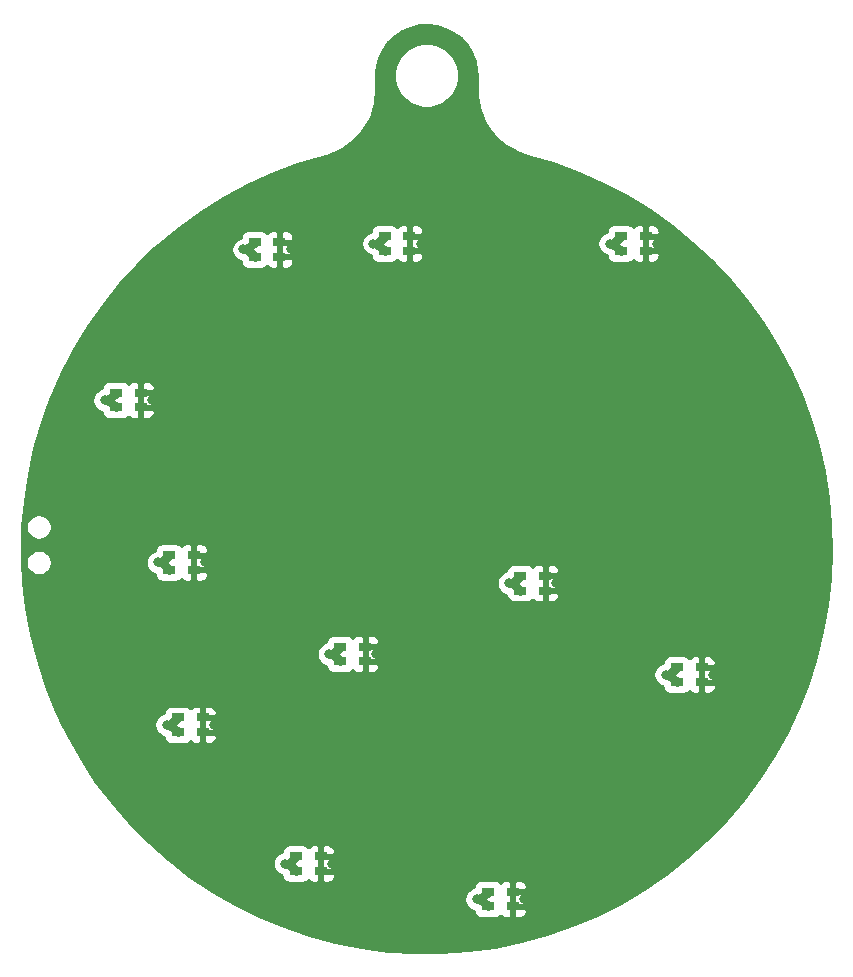
<source format=gbr>
%TF.GenerationSoftware,KiCad,Pcbnew,(5.1.10)-1*%
%TF.CreationDate,2021-10-17T11:10:32+02:00*%
%TF.ProjectId,TVZ_kuglica,54565a5f-6b75-4676-9c69-63612e6b6963,rev?*%
%TF.SameCoordinates,Original*%
%TF.FileFunction,Copper,L1,Top*%
%TF.FilePolarity,Positive*%
%FSLAX46Y46*%
G04 Gerber Fmt 4.6, Leading zero omitted, Abs format (unit mm)*
G04 Created by KiCad (PCBNEW (5.1.10)-1) date 2021-10-17 11:10:32*
%MOMM*%
%LPD*%
G01*
G04 APERTURE LIST*
%TA.AperFunction,SMDPad,CuDef*%
%ADD10R,1.100000X0.750000*%
%TD*%
%TA.AperFunction,ViaPad*%
%ADD11C,0.800000*%
%TD*%
%TA.AperFunction,Conductor*%
%ADD12C,0.762000*%
%TD*%
%TA.AperFunction,Conductor*%
%ADD13C,0.254000*%
%TD*%
%TA.AperFunction,Conductor*%
%ADD14C,0.100000*%
%TD*%
G04 APERTURE END LIST*
D10*
%TO.P,D1,1*%
%TO.N,Net-(D1-Pad1)*%
X110700000Y-86875000D03*
%TO.P,D1,2*%
%TO.N,GND*%
X112800000Y-86875000D03*
%TO.P,D1,1*%
%TO.N,Net-(D1-Pad1)*%
X110700000Y-88125000D03*
%TO.P,D1,2*%
%TO.N,GND*%
X112800000Y-88125000D03*
%TD*%
%TO.P,D2,2*%
%TO.N,GND*%
X124550000Y-75375000D03*
%TO.P,D2,1*%
%TO.N,Net-(D1-Pad1)*%
X122450000Y-75375000D03*
%TO.P,D2,2*%
%TO.N,GND*%
X124550000Y-74125000D03*
%TO.P,D2,1*%
%TO.N,Net-(D1-Pad1)*%
X122450000Y-74125000D03*
%TD*%
%TO.P,D3,1*%
%TO.N,Net-(D1-Pad1)*%
X153450000Y-73625000D03*
%TO.P,D3,2*%
%TO.N,GND*%
X155550000Y-73625000D03*
%TO.P,D3,1*%
%TO.N,Net-(D1-Pad1)*%
X153450000Y-74875000D03*
%TO.P,D3,2*%
%TO.N,GND*%
X155550000Y-74875000D03*
%TD*%
%TO.P,D4,2*%
%TO.N,GND*%
X131800000Y-109625000D03*
%TO.P,D4,1*%
%TO.N,Net-(D1-Pad1)*%
X129700000Y-109625000D03*
%TO.P,D4,2*%
%TO.N,GND*%
X131800000Y-108375000D03*
%TO.P,D4,1*%
%TO.N,Net-(D1-Pad1)*%
X129700000Y-108375000D03*
%TD*%
%TO.P,D5,1*%
%TO.N,Net-(D1-Pad1)*%
X115950000Y-114375000D03*
%TO.P,D5,2*%
%TO.N,GND*%
X118050000Y-114375000D03*
%TO.P,D5,1*%
%TO.N,Net-(D1-Pad1)*%
X115950000Y-115625000D03*
%TO.P,D5,2*%
%TO.N,GND*%
X118050000Y-115625000D03*
%TD*%
%TO.P,D6,2*%
%TO.N,GND*%
X117300000Y-101875000D03*
%TO.P,D6,1*%
%TO.N,Net-(D1-Pad1)*%
X115200000Y-101875000D03*
%TO.P,D6,2*%
%TO.N,GND*%
X117300000Y-100625000D03*
%TO.P,D6,1*%
%TO.N,Net-(D1-Pad1)*%
X115200000Y-100625000D03*
%TD*%
%TO.P,D7,1*%
%TO.N,Net-(D1-Pad1)*%
X142200000Y-129125000D03*
%TO.P,D7,2*%
%TO.N,GND*%
X144300000Y-129125000D03*
%TO.P,D7,1*%
%TO.N,Net-(D1-Pad1)*%
X142200000Y-130375000D03*
%TO.P,D7,2*%
%TO.N,GND*%
X144300000Y-130375000D03*
%TD*%
%TO.P,D8,2*%
%TO.N,GND*%
X160300000Y-111375000D03*
%TO.P,D8,1*%
%TO.N,Net-(D1-Pad1)*%
X158200000Y-111375000D03*
%TO.P,D8,2*%
%TO.N,GND*%
X160300000Y-110125000D03*
%TO.P,D8,1*%
%TO.N,Net-(D1-Pad1)*%
X158200000Y-110125000D03*
%TD*%
%TO.P,D9,1*%
%TO.N,Net-(D1-Pad1)*%
X133450000Y-73625000D03*
%TO.P,D9,2*%
%TO.N,GND*%
X135550000Y-73625000D03*
%TO.P,D9,1*%
%TO.N,Net-(D1-Pad1)*%
X133450000Y-74875000D03*
%TO.P,D9,2*%
%TO.N,GND*%
X135550000Y-74875000D03*
%TD*%
%TO.P,D10,2*%
%TO.N,GND*%
X147050000Y-103625000D03*
%TO.P,D10,1*%
%TO.N,Net-(D1-Pad1)*%
X144950000Y-103625000D03*
%TO.P,D10,2*%
%TO.N,GND*%
X147050000Y-102375000D03*
%TO.P,D10,1*%
%TO.N,Net-(D1-Pad1)*%
X144950000Y-102375000D03*
%TD*%
%TO.P,D11,1*%
%TO.N,Net-(D1-Pad1)*%
X125950000Y-126125000D03*
%TO.P,D11,2*%
%TO.N,GND*%
X128050000Y-126125000D03*
%TO.P,D11,1*%
%TO.N,Net-(D1-Pad1)*%
X125950000Y-127375000D03*
%TO.P,D11,2*%
%TO.N,GND*%
X128050000Y-127375000D03*
%TD*%
D11*
%TO.N,Net-(D1-Pad1)*%
X144000000Y-103000000D03*
X157250000Y-110750000D03*
X141250000Y-129750000D03*
X109750000Y-87500000D03*
X121500000Y-74750000D03*
X132500000Y-74250000D03*
X152500000Y-74250000D03*
X128750000Y-109000000D03*
X114250000Y-101250000D03*
X115000000Y-115000000D03*
X125000000Y-126750000D03*
%TO.N,GND*%
X118500000Y-126000000D03*
X134750000Y-125750000D03*
X135000000Y-133000000D03*
X145250000Y-126250000D03*
X153750000Y-127750000D03*
X154250000Y-77250000D03*
X130750000Y-73250000D03*
X120250000Y-84000000D03*
X126250000Y-93250000D03*
X120250000Y-105250000D03*
X128250000Y-104000000D03*
X108000000Y-107250000D03*
X118000000Y-110250000D03*
X138000000Y-112250000D03*
X149750000Y-117000000D03*
X147000000Y-108250000D03*
X165000000Y-105250000D03*
X161250000Y-117250000D03*
X155250000Y-97750000D03*
X157750000Y-90000000D03*
X139750000Y-94750000D03*
X161250000Y-110750000D03*
X132750000Y-109000000D03*
X148000000Y-103000000D03*
X119000000Y-115000000D03*
X118250000Y-101250000D03*
X145250000Y-129750000D03*
X113750000Y-87500000D03*
X136500000Y-74250000D03*
X156500000Y-74250000D03*
X125500000Y-74750000D03*
X129000000Y-126750000D03*
%TD*%
D12*
%TO.N,Net-(D1-Pad1)*%
X115325000Y-115000000D02*
X115950000Y-114375000D01*
X115325000Y-115000000D02*
X115950000Y-115625000D01*
X115000000Y-115000000D02*
X115325000Y-115000000D01*
X114575000Y-101250000D02*
X115200000Y-100625000D01*
X114575000Y-101250000D02*
X115200000Y-101875000D01*
X114250000Y-101250000D02*
X114575000Y-101250000D01*
X129075000Y-109000000D02*
X129700000Y-109625000D01*
X129075000Y-109000000D02*
X129700000Y-108375000D01*
X128750000Y-109000000D02*
X129075000Y-109000000D01*
X152825000Y-74250000D02*
X153450000Y-74875000D01*
X152825000Y-74250000D02*
X153450000Y-73625000D01*
X157575000Y-110750000D02*
X158200000Y-110125000D01*
X157575000Y-110750000D02*
X158200000Y-111375000D01*
X157250000Y-110750000D02*
X157575000Y-110750000D01*
X144325000Y-103000000D02*
X144950000Y-102375000D01*
X144325000Y-103000000D02*
X144950000Y-103625000D01*
X144000000Y-103000000D02*
X144325000Y-103000000D01*
X110075000Y-87500000D02*
X110700000Y-86875000D01*
X110075000Y-87500000D02*
X110700000Y-88125000D01*
X109750000Y-87500000D02*
X110075000Y-87500000D01*
X121825000Y-74750000D02*
X122450000Y-74125000D01*
X121825000Y-74750000D02*
X122450000Y-75375000D01*
X121500000Y-74750000D02*
X121825000Y-74750000D01*
X132825000Y-74250000D02*
X133450000Y-73625000D01*
X132825000Y-74250000D02*
X133450000Y-74875000D01*
X141575000Y-129750000D02*
X142200000Y-130375000D01*
X141575000Y-129750000D02*
X142200000Y-129125000D01*
X141250000Y-129750000D02*
X141575000Y-129750000D01*
X125325000Y-126750000D02*
X125950000Y-126125000D01*
X125325000Y-126750000D02*
X125950000Y-127375000D01*
X125000000Y-126750000D02*
X125325000Y-126750000D01*
%TD*%
D13*
%TO.N,GND*%
X137886138Y-55831059D02*
X138610388Y-56053867D01*
X139283738Y-56401409D01*
X139884901Y-56862699D01*
X140394872Y-57423149D01*
X140797540Y-58065057D01*
X141080170Y-58768122D01*
X141236190Y-59521513D01*
X141265000Y-60021169D01*
X141265001Y-61306272D01*
X141266298Y-61319440D01*
X141278413Y-61656049D01*
X141278863Y-61659632D01*
X141278707Y-61663242D01*
X141287438Y-61747410D01*
X141429908Y-62624862D01*
X141435629Y-62647269D01*
X141438736Y-62670183D01*
X141462234Y-62751474D01*
X141757835Y-63589830D01*
X141767433Y-63610870D01*
X141774549Y-63632871D01*
X141812059Y-63708691D01*
X141812071Y-63708717D01*
X141812077Y-63708725D01*
X142251461Y-64481476D01*
X142264630Y-64500478D01*
X142275533Y-64520879D01*
X142325894Y-64588881D01*
X142895182Y-65271616D01*
X142911512Y-65287990D01*
X142925851Y-65306132D01*
X142987458Y-65364142D01*
X143668651Y-65935276D01*
X143687625Y-65948502D01*
X143704950Y-65963817D01*
X143775855Y-66010000D01*
X144547423Y-66451478D01*
X144568436Y-66461133D01*
X144588200Y-66473139D01*
X144666163Y-66506036D01*
X145503715Y-66803905D01*
X145508021Y-66805017D01*
X145525587Y-66811299D01*
X145542755Y-66816572D01*
X147746053Y-67464098D01*
X149878711Y-68247813D01*
X151954729Y-69171140D01*
X153965017Y-70230036D01*
X155900673Y-71419812D01*
X157753239Y-72735268D01*
X159514561Y-74170616D01*
X161176886Y-75719540D01*
X162732884Y-77375207D01*
X164175738Y-79130360D01*
X165499106Y-80977290D01*
X166697162Y-82907865D01*
X167764630Y-84913581D01*
X168696830Y-86985643D01*
X169489658Y-89114933D01*
X170139624Y-91292080D01*
X170643873Y-93507517D01*
X171000188Y-95751501D01*
X171207004Y-98014175D01*
X171263407Y-100285560D01*
X171169153Y-102555700D01*
X170924654Y-104814605D01*
X170530986Y-107052337D01*
X169989882Y-109259064D01*
X169303718Y-111425077D01*
X168475512Y-113540851D01*
X167508906Y-115597090D01*
X166408155Y-117584736D01*
X165178083Y-119495080D01*
X163824120Y-121319689D01*
X162352204Y-123050560D01*
X160768823Y-124680064D01*
X159080926Y-126201055D01*
X157295931Y-127606843D01*
X155421695Y-128891239D01*
X153466456Y-130048599D01*
X151438820Y-131073832D01*
X149347702Y-131962428D01*
X147202263Y-132710493D01*
X145011999Y-133314718D01*
X142786467Y-133772464D01*
X140535523Y-134081705D01*
X138269022Y-134241089D01*
X135996953Y-134249911D01*
X133729262Y-134108134D01*
X131475992Y-133816385D01*
X129246983Y-133375938D01*
X127052076Y-132788738D01*
X124900917Y-132057366D01*
X122802939Y-131185029D01*
X120767401Y-130175574D01*
X119860225Y-129648061D01*
X140215000Y-129648061D01*
X140215000Y-129851939D01*
X140254774Y-130051898D01*
X140332795Y-130240256D01*
X140446063Y-130409774D01*
X140590226Y-130553937D01*
X140759744Y-130667205D01*
X140948102Y-130745226D01*
X141012724Y-130758080D01*
X141024188Y-130874482D01*
X141060498Y-130994180D01*
X141119463Y-131104494D01*
X141198815Y-131201185D01*
X141295506Y-131280537D01*
X141405820Y-131339502D01*
X141525518Y-131375812D01*
X141650000Y-131388072D01*
X142120375Y-131388072D01*
X142199999Y-131395914D01*
X142279623Y-131388072D01*
X142750000Y-131388072D01*
X142874482Y-131375812D01*
X142994180Y-131339502D01*
X143104494Y-131280537D01*
X143201185Y-131201185D01*
X143250000Y-131141704D01*
X143298815Y-131201185D01*
X143395506Y-131280537D01*
X143505820Y-131339502D01*
X143625518Y-131375812D01*
X143750000Y-131388072D01*
X144014250Y-131385000D01*
X144173000Y-131226250D01*
X144173000Y-130502000D01*
X144427000Y-130502000D01*
X144427000Y-131226250D01*
X144585750Y-131385000D01*
X144850000Y-131388072D01*
X144974482Y-131375812D01*
X145094180Y-131339502D01*
X145204494Y-131280537D01*
X145301185Y-131201185D01*
X145380537Y-131104494D01*
X145439502Y-130994180D01*
X145475812Y-130874482D01*
X145488072Y-130750000D01*
X145485000Y-130660750D01*
X145326250Y-130502000D01*
X144427000Y-130502000D01*
X144173000Y-130502000D01*
X144153000Y-130502000D01*
X144153000Y-130248000D01*
X144173000Y-130248000D01*
X144173000Y-129252000D01*
X144427000Y-129252000D01*
X144427000Y-130248000D01*
X145326250Y-130248000D01*
X145485000Y-130089250D01*
X145488072Y-130000000D01*
X145475812Y-129875518D01*
X145439502Y-129755820D01*
X145436391Y-129750000D01*
X145439502Y-129744180D01*
X145475812Y-129624482D01*
X145488072Y-129500000D01*
X145485000Y-129410750D01*
X145326250Y-129252000D01*
X144427000Y-129252000D01*
X144173000Y-129252000D01*
X144153000Y-129252000D01*
X144153000Y-128998000D01*
X144173000Y-128998000D01*
X144173000Y-128273750D01*
X144427000Y-128273750D01*
X144427000Y-128998000D01*
X145326250Y-128998000D01*
X145485000Y-128839250D01*
X145488072Y-128750000D01*
X145475812Y-128625518D01*
X145439502Y-128505820D01*
X145380537Y-128395506D01*
X145301185Y-128298815D01*
X145204494Y-128219463D01*
X145094180Y-128160498D01*
X144974482Y-128124188D01*
X144850000Y-128111928D01*
X144585750Y-128115000D01*
X144427000Y-128273750D01*
X144173000Y-128273750D01*
X144014250Y-128115000D01*
X143750000Y-128111928D01*
X143625518Y-128124188D01*
X143505820Y-128160498D01*
X143395506Y-128219463D01*
X143298815Y-128298815D01*
X143250000Y-128358296D01*
X143201185Y-128298815D01*
X143104494Y-128219463D01*
X142994180Y-128160498D01*
X142874482Y-128124188D01*
X142750000Y-128111928D01*
X142279623Y-128111928D01*
X142199999Y-128104086D01*
X142120375Y-128111928D01*
X141650000Y-128111928D01*
X141525518Y-128124188D01*
X141405820Y-128160498D01*
X141295506Y-128219463D01*
X141198815Y-128298815D01*
X141119463Y-128395506D01*
X141060498Y-128505820D01*
X141024188Y-128625518D01*
X141012724Y-128741920D01*
X140948102Y-128754774D01*
X140759744Y-128832795D01*
X140590226Y-128946063D01*
X140446063Y-129090226D01*
X140332795Y-129259744D01*
X140254774Y-129448102D01*
X140215000Y-129648061D01*
X119860225Y-129648061D01*
X118803237Y-129033435D01*
X116919085Y-127763634D01*
X115479732Y-126648061D01*
X123965000Y-126648061D01*
X123965000Y-126851939D01*
X124004774Y-127051898D01*
X124082795Y-127240256D01*
X124196063Y-127409774D01*
X124340226Y-127553937D01*
X124509744Y-127667205D01*
X124698102Y-127745226D01*
X124762724Y-127758080D01*
X124774188Y-127874482D01*
X124810498Y-127994180D01*
X124869463Y-128104494D01*
X124948815Y-128201185D01*
X125045506Y-128280537D01*
X125155820Y-128339502D01*
X125275518Y-128375812D01*
X125400000Y-128388072D01*
X125870375Y-128388072D01*
X125949999Y-128395914D01*
X126029623Y-128388072D01*
X126500000Y-128388072D01*
X126624482Y-128375812D01*
X126744180Y-128339502D01*
X126854494Y-128280537D01*
X126951185Y-128201185D01*
X127000000Y-128141704D01*
X127048815Y-128201185D01*
X127145506Y-128280537D01*
X127255820Y-128339502D01*
X127375518Y-128375812D01*
X127500000Y-128388072D01*
X127764250Y-128385000D01*
X127923000Y-128226250D01*
X127923000Y-127502000D01*
X128177000Y-127502000D01*
X128177000Y-128226250D01*
X128335750Y-128385000D01*
X128600000Y-128388072D01*
X128724482Y-128375812D01*
X128844180Y-128339502D01*
X128954494Y-128280537D01*
X129051185Y-128201185D01*
X129130537Y-128104494D01*
X129189502Y-127994180D01*
X129225812Y-127874482D01*
X129238072Y-127750000D01*
X129235000Y-127660750D01*
X129076250Y-127502000D01*
X128177000Y-127502000D01*
X127923000Y-127502000D01*
X127903000Y-127502000D01*
X127903000Y-127248000D01*
X127923000Y-127248000D01*
X127923000Y-126252000D01*
X128177000Y-126252000D01*
X128177000Y-127248000D01*
X129076250Y-127248000D01*
X129235000Y-127089250D01*
X129238072Y-127000000D01*
X129225812Y-126875518D01*
X129189502Y-126755820D01*
X129186391Y-126750000D01*
X129189502Y-126744180D01*
X129225812Y-126624482D01*
X129238072Y-126500000D01*
X129235000Y-126410750D01*
X129076250Y-126252000D01*
X128177000Y-126252000D01*
X127923000Y-126252000D01*
X127903000Y-126252000D01*
X127903000Y-125998000D01*
X127923000Y-125998000D01*
X127923000Y-125273750D01*
X128177000Y-125273750D01*
X128177000Y-125998000D01*
X129076250Y-125998000D01*
X129235000Y-125839250D01*
X129238072Y-125750000D01*
X129225812Y-125625518D01*
X129189502Y-125505820D01*
X129130537Y-125395506D01*
X129051185Y-125298815D01*
X128954494Y-125219463D01*
X128844180Y-125160498D01*
X128724482Y-125124188D01*
X128600000Y-125111928D01*
X128335750Y-125115000D01*
X128177000Y-125273750D01*
X127923000Y-125273750D01*
X127764250Y-125115000D01*
X127500000Y-125111928D01*
X127375518Y-125124188D01*
X127255820Y-125160498D01*
X127145506Y-125219463D01*
X127048815Y-125298815D01*
X127000000Y-125358296D01*
X126951185Y-125298815D01*
X126854494Y-125219463D01*
X126744180Y-125160498D01*
X126624482Y-125124188D01*
X126500000Y-125111928D01*
X126029623Y-125111928D01*
X125949999Y-125104086D01*
X125870375Y-125111928D01*
X125400000Y-125111928D01*
X125275518Y-125124188D01*
X125155820Y-125160498D01*
X125045506Y-125219463D01*
X124948815Y-125298815D01*
X124869463Y-125395506D01*
X124810498Y-125505820D01*
X124774188Y-125625518D01*
X124762724Y-125741920D01*
X124698102Y-125754774D01*
X124509744Y-125832795D01*
X124340226Y-125946063D01*
X124196063Y-126090226D01*
X124082795Y-126259744D01*
X124004774Y-126448102D01*
X123965000Y-126648061D01*
X115479732Y-126648061D01*
X115123223Y-126371749D01*
X113423564Y-124863914D01*
X111827572Y-123246751D01*
X110342263Y-121527368D01*
X108974171Y-119713331D01*
X107729304Y-117812605D01*
X106613144Y-115833557D01*
X106164478Y-114898061D01*
X113965000Y-114898061D01*
X113965000Y-115101939D01*
X114004774Y-115301898D01*
X114082795Y-115490256D01*
X114196063Y-115659774D01*
X114340226Y-115803937D01*
X114509744Y-115917205D01*
X114698102Y-115995226D01*
X114762724Y-116008080D01*
X114774188Y-116124482D01*
X114810498Y-116244180D01*
X114869463Y-116354494D01*
X114948815Y-116451185D01*
X115045506Y-116530537D01*
X115155820Y-116589502D01*
X115275518Y-116625812D01*
X115400000Y-116638072D01*
X115870375Y-116638072D01*
X115949999Y-116645914D01*
X116029623Y-116638072D01*
X116500000Y-116638072D01*
X116624482Y-116625812D01*
X116744180Y-116589502D01*
X116854494Y-116530537D01*
X116951185Y-116451185D01*
X117000000Y-116391704D01*
X117048815Y-116451185D01*
X117145506Y-116530537D01*
X117255820Y-116589502D01*
X117375518Y-116625812D01*
X117500000Y-116638072D01*
X117764250Y-116635000D01*
X117923000Y-116476250D01*
X117923000Y-115752000D01*
X118177000Y-115752000D01*
X118177000Y-116476250D01*
X118335750Y-116635000D01*
X118600000Y-116638072D01*
X118724482Y-116625812D01*
X118844180Y-116589502D01*
X118954494Y-116530537D01*
X119051185Y-116451185D01*
X119130537Y-116354494D01*
X119189502Y-116244180D01*
X119225812Y-116124482D01*
X119238072Y-116000000D01*
X119235000Y-115910750D01*
X119076250Y-115752000D01*
X118177000Y-115752000D01*
X117923000Y-115752000D01*
X117903000Y-115752000D01*
X117903000Y-115498000D01*
X117923000Y-115498000D01*
X117923000Y-114502000D01*
X118177000Y-114502000D01*
X118177000Y-115498000D01*
X119076250Y-115498000D01*
X119235000Y-115339250D01*
X119238072Y-115250000D01*
X119225812Y-115125518D01*
X119189502Y-115005820D01*
X119186391Y-115000000D01*
X119189502Y-114994180D01*
X119225812Y-114874482D01*
X119238072Y-114750000D01*
X119235000Y-114660750D01*
X119076250Y-114502000D01*
X118177000Y-114502000D01*
X117923000Y-114502000D01*
X117903000Y-114502000D01*
X117903000Y-114248000D01*
X117923000Y-114248000D01*
X117923000Y-113523750D01*
X118177000Y-113523750D01*
X118177000Y-114248000D01*
X119076250Y-114248000D01*
X119235000Y-114089250D01*
X119238072Y-114000000D01*
X119225812Y-113875518D01*
X119189502Y-113755820D01*
X119130537Y-113645506D01*
X119051185Y-113548815D01*
X118954494Y-113469463D01*
X118844180Y-113410498D01*
X118724482Y-113374188D01*
X118600000Y-113361928D01*
X118335750Y-113365000D01*
X118177000Y-113523750D01*
X117923000Y-113523750D01*
X117764250Y-113365000D01*
X117500000Y-113361928D01*
X117375518Y-113374188D01*
X117255820Y-113410498D01*
X117145506Y-113469463D01*
X117048815Y-113548815D01*
X117000000Y-113608296D01*
X116951185Y-113548815D01*
X116854494Y-113469463D01*
X116744180Y-113410498D01*
X116624482Y-113374188D01*
X116500000Y-113361928D01*
X116029623Y-113361928D01*
X115949999Y-113354086D01*
X115870375Y-113361928D01*
X115400000Y-113361928D01*
X115275518Y-113374188D01*
X115155820Y-113410498D01*
X115045506Y-113469463D01*
X114948815Y-113548815D01*
X114869463Y-113645506D01*
X114810498Y-113755820D01*
X114774188Y-113875518D01*
X114762724Y-113991920D01*
X114698102Y-114004774D01*
X114509744Y-114082795D01*
X114340226Y-114196063D01*
X114196063Y-114340226D01*
X114082795Y-114509744D01*
X114004774Y-114698102D01*
X113965000Y-114898061D01*
X106164478Y-114898061D01*
X105630601Y-113784897D01*
X104785986Y-111675609D01*
X104451670Y-110648061D01*
X156215000Y-110648061D01*
X156215000Y-110851939D01*
X156254774Y-111051898D01*
X156332795Y-111240256D01*
X156446063Y-111409774D01*
X156590226Y-111553937D01*
X156759744Y-111667205D01*
X156948102Y-111745226D01*
X157012724Y-111758080D01*
X157024188Y-111874482D01*
X157060498Y-111994180D01*
X157119463Y-112104494D01*
X157198815Y-112201185D01*
X157295506Y-112280537D01*
X157405820Y-112339502D01*
X157525518Y-112375812D01*
X157650000Y-112388072D01*
X158120375Y-112388072D01*
X158199999Y-112395914D01*
X158279623Y-112388072D01*
X158750000Y-112388072D01*
X158874482Y-112375812D01*
X158994180Y-112339502D01*
X159104494Y-112280537D01*
X159201185Y-112201185D01*
X159250000Y-112141704D01*
X159298815Y-112201185D01*
X159395506Y-112280537D01*
X159505820Y-112339502D01*
X159625518Y-112375812D01*
X159750000Y-112388072D01*
X160014250Y-112385000D01*
X160173000Y-112226250D01*
X160173000Y-111502000D01*
X160427000Y-111502000D01*
X160427000Y-112226250D01*
X160585750Y-112385000D01*
X160850000Y-112388072D01*
X160974482Y-112375812D01*
X161094180Y-112339502D01*
X161204494Y-112280537D01*
X161301185Y-112201185D01*
X161380537Y-112104494D01*
X161439502Y-111994180D01*
X161475812Y-111874482D01*
X161488072Y-111750000D01*
X161485000Y-111660750D01*
X161326250Y-111502000D01*
X160427000Y-111502000D01*
X160173000Y-111502000D01*
X160153000Y-111502000D01*
X160153000Y-111248000D01*
X160173000Y-111248000D01*
X160173000Y-110252000D01*
X160427000Y-110252000D01*
X160427000Y-111248000D01*
X161326250Y-111248000D01*
X161485000Y-111089250D01*
X161488072Y-111000000D01*
X161475812Y-110875518D01*
X161439502Y-110755820D01*
X161436391Y-110750000D01*
X161439502Y-110744180D01*
X161475812Y-110624482D01*
X161488072Y-110500000D01*
X161485000Y-110410750D01*
X161326250Y-110252000D01*
X160427000Y-110252000D01*
X160173000Y-110252000D01*
X160153000Y-110252000D01*
X160153000Y-109998000D01*
X160173000Y-109998000D01*
X160173000Y-109273750D01*
X160427000Y-109273750D01*
X160427000Y-109998000D01*
X161326250Y-109998000D01*
X161485000Y-109839250D01*
X161488072Y-109750000D01*
X161475812Y-109625518D01*
X161439502Y-109505820D01*
X161380537Y-109395506D01*
X161301185Y-109298815D01*
X161204494Y-109219463D01*
X161094180Y-109160498D01*
X160974482Y-109124188D01*
X160850000Y-109111928D01*
X160585750Y-109115000D01*
X160427000Y-109273750D01*
X160173000Y-109273750D01*
X160014250Y-109115000D01*
X159750000Y-109111928D01*
X159625518Y-109124188D01*
X159505820Y-109160498D01*
X159395506Y-109219463D01*
X159298815Y-109298815D01*
X159250000Y-109358296D01*
X159201185Y-109298815D01*
X159104494Y-109219463D01*
X158994180Y-109160498D01*
X158874482Y-109124188D01*
X158750000Y-109111928D01*
X158279623Y-109111928D01*
X158199999Y-109104086D01*
X158120375Y-109111928D01*
X157650000Y-109111928D01*
X157525518Y-109124188D01*
X157405820Y-109160498D01*
X157295506Y-109219463D01*
X157198815Y-109298815D01*
X157119463Y-109395506D01*
X157060498Y-109505820D01*
X157024188Y-109625518D01*
X157012724Y-109741920D01*
X156948102Y-109754774D01*
X156759744Y-109832795D01*
X156590226Y-109946063D01*
X156446063Y-110090226D01*
X156332795Y-110259744D01*
X156254774Y-110448102D01*
X156215000Y-110648061D01*
X104451670Y-110648061D01*
X104083026Y-109515005D01*
X103926658Y-108898061D01*
X127715000Y-108898061D01*
X127715000Y-109101939D01*
X127754774Y-109301898D01*
X127832795Y-109490256D01*
X127946063Y-109659774D01*
X128090226Y-109803937D01*
X128259744Y-109917205D01*
X128448102Y-109995226D01*
X128512724Y-110008080D01*
X128524188Y-110124482D01*
X128560498Y-110244180D01*
X128619463Y-110354494D01*
X128698815Y-110451185D01*
X128795506Y-110530537D01*
X128905820Y-110589502D01*
X129025518Y-110625812D01*
X129150000Y-110638072D01*
X129620375Y-110638072D01*
X129699999Y-110645914D01*
X129779623Y-110638072D01*
X130250000Y-110638072D01*
X130374482Y-110625812D01*
X130494180Y-110589502D01*
X130604494Y-110530537D01*
X130701185Y-110451185D01*
X130750000Y-110391704D01*
X130798815Y-110451185D01*
X130895506Y-110530537D01*
X131005820Y-110589502D01*
X131125518Y-110625812D01*
X131250000Y-110638072D01*
X131514250Y-110635000D01*
X131673000Y-110476250D01*
X131673000Y-109752000D01*
X131927000Y-109752000D01*
X131927000Y-110476250D01*
X132085750Y-110635000D01*
X132350000Y-110638072D01*
X132474482Y-110625812D01*
X132594180Y-110589502D01*
X132704494Y-110530537D01*
X132801185Y-110451185D01*
X132880537Y-110354494D01*
X132939502Y-110244180D01*
X132975812Y-110124482D01*
X132988072Y-110000000D01*
X132985000Y-109910750D01*
X132826250Y-109752000D01*
X131927000Y-109752000D01*
X131673000Y-109752000D01*
X131653000Y-109752000D01*
X131653000Y-109498000D01*
X131673000Y-109498000D01*
X131673000Y-108502000D01*
X131927000Y-108502000D01*
X131927000Y-109498000D01*
X132826250Y-109498000D01*
X132985000Y-109339250D01*
X132988072Y-109250000D01*
X132975812Y-109125518D01*
X132939502Y-109005820D01*
X132936391Y-109000000D01*
X132939502Y-108994180D01*
X132975812Y-108874482D01*
X132988072Y-108750000D01*
X132985000Y-108660750D01*
X132826250Y-108502000D01*
X131927000Y-108502000D01*
X131673000Y-108502000D01*
X131653000Y-108502000D01*
X131653000Y-108248000D01*
X131673000Y-108248000D01*
X131673000Y-107523750D01*
X131927000Y-107523750D01*
X131927000Y-108248000D01*
X132826250Y-108248000D01*
X132985000Y-108089250D01*
X132988072Y-108000000D01*
X132975812Y-107875518D01*
X132939502Y-107755820D01*
X132880537Y-107645506D01*
X132801185Y-107548815D01*
X132704494Y-107469463D01*
X132594180Y-107410498D01*
X132474482Y-107374188D01*
X132350000Y-107361928D01*
X132085750Y-107365000D01*
X131927000Y-107523750D01*
X131673000Y-107523750D01*
X131514250Y-107365000D01*
X131250000Y-107361928D01*
X131125518Y-107374188D01*
X131005820Y-107410498D01*
X130895506Y-107469463D01*
X130798815Y-107548815D01*
X130750000Y-107608296D01*
X130701185Y-107548815D01*
X130604494Y-107469463D01*
X130494180Y-107410498D01*
X130374482Y-107374188D01*
X130250000Y-107361928D01*
X129779623Y-107361928D01*
X129699999Y-107354086D01*
X129620375Y-107361928D01*
X129150000Y-107361928D01*
X129025518Y-107374188D01*
X128905820Y-107410498D01*
X128795506Y-107469463D01*
X128698815Y-107548815D01*
X128619463Y-107645506D01*
X128560498Y-107755820D01*
X128524188Y-107875518D01*
X128512724Y-107991920D01*
X128448102Y-108004774D01*
X128259744Y-108082795D01*
X128090226Y-108196063D01*
X127946063Y-108340226D01*
X127832795Y-108509744D01*
X127754774Y-108698102D01*
X127715000Y-108898061D01*
X103926658Y-108898061D01*
X103524797Y-107312547D01*
X103113763Y-105077935D01*
X102860675Y-102898061D01*
X142965000Y-102898061D01*
X142965000Y-103101939D01*
X143004774Y-103301898D01*
X143082795Y-103490256D01*
X143196063Y-103659774D01*
X143340226Y-103803937D01*
X143509744Y-103917205D01*
X143698102Y-103995226D01*
X143762724Y-104008080D01*
X143774188Y-104124482D01*
X143810498Y-104244180D01*
X143869463Y-104354494D01*
X143948815Y-104451185D01*
X144045506Y-104530537D01*
X144155820Y-104589502D01*
X144275518Y-104625812D01*
X144400000Y-104638072D01*
X144870375Y-104638072D01*
X144949999Y-104645914D01*
X145029623Y-104638072D01*
X145500000Y-104638072D01*
X145624482Y-104625812D01*
X145744180Y-104589502D01*
X145854494Y-104530537D01*
X145951185Y-104451185D01*
X146000000Y-104391704D01*
X146048815Y-104451185D01*
X146145506Y-104530537D01*
X146255820Y-104589502D01*
X146375518Y-104625812D01*
X146500000Y-104638072D01*
X146764250Y-104635000D01*
X146923000Y-104476250D01*
X146923000Y-103752000D01*
X147177000Y-103752000D01*
X147177000Y-104476250D01*
X147335750Y-104635000D01*
X147600000Y-104638072D01*
X147724482Y-104625812D01*
X147844180Y-104589502D01*
X147954494Y-104530537D01*
X148051185Y-104451185D01*
X148130537Y-104354494D01*
X148189502Y-104244180D01*
X148225812Y-104124482D01*
X148238072Y-104000000D01*
X148235000Y-103910750D01*
X148076250Y-103752000D01*
X147177000Y-103752000D01*
X146923000Y-103752000D01*
X146903000Y-103752000D01*
X146903000Y-103498000D01*
X146923000Y-103498000D01*
X146923000Y-102502000D01*
X147177000Y-102502000D01*
X147177000Y-103498000D01*
X148076250Y-103498000D01*
X148235000Y-103339250D01*
X148238072Y-103250000D01*
X148225812Y-103125518D01*
X148189502Y-103005820D01*
X148186391Y-103000000D01*
X148189502Y-102994180D01*
X148225812Y-102874482D01*
X148238072Y-102750000D01*
X148235000Y-102660750D01*
X148076250Y-102502000D01*
X147177000Y-102502000D01*
X146923000Y-102502000D01*
X146903000Y-102502000D01*
X146903000Y-102248000D01*
X146923000Y-102248000D01*
X146923000Y-101523750D01*
X147177000Y-101523750D01*
X147177000Y-102248000D01*
X148076250Y-102248000D01*
X148235000Y-102089250D01*
X148238072Y-102000000D01*
X148225812Y-101875518D01*
X148189502Y-101755820D01*
X148130537Y-101645506D01*
X148051185Y-101548815D01*
X147954494Y-101469463D01*
X147844180Y-101410498D01*
X147724482Y-101374188D01*
X147600000Y-101361928D01*
X147335750Y-101365000D01*
X147177000Y-101523750D01*
X146923000Y-101523750D01*
X146764250Y-101365000D01*
X146500000Y-101361928D01*
X146375518Y-101374188D01*
X146255820Y-101410498D01*
X146145506Y-101469463D01*
X146048815Y-101548815D01*
X146000000Y-101608296D01*
X145951185Y-101548815D01*
X145854494Y-101469463D01*
X145744180Y-101410498D01*
X145624482Y-101374188D01*
X145500000Y-101361928D01*
X145029623Y-101361928D01*
X144949999Y-101354086D01*
X144870375Y-101361928D01*
X144400000Y-101361928D01*
X144275518Y-101374188D01*
X144155820Y-101410498D01*
X144045506Y-101469463D01*
X143948815Y-101548815D01*
X143869463Y-101645506D01*
X143810498Y-101755820D01*
X143774188Y-101875518D01*
X143762724Y-101991920D01*
X143698102Y-102004774D01*
X143509744Y-102082795D01*
X143340226Y-102196063D01*
X143196063Y-102340226D01*
X143082795Y-102509744D01*
X143004774Y-102698102D01*
X142965000Y-102898061D01*
X102860675Y-102898061D01*
X102851726Y-102820985D01*
X102769006Y-101143137D01*
X103085000Y-101143137D01*
X103085000Y-101356863D01*
X103126696Y-101566483D01*
X103208485Y-101763940D01*
X103327225Y-101941647D01*
X103478353Y-102092775D01*
X103656060Y-102211515D01*
X103853517Y-102293304D01*
X104063137Y-102335000D01*
X104276863Y-102335000D01*
X104486483Y-102293304D01*
X104683940Y-102211515D01*
X104861647Y-102092775D01*
X105012775Y-101941647D01*
X105131515Y-101763940D01*
X105213304Y-101566483D01*
X105255000Y-101356863D01*
X105255000Y-101148061D01*
X113215000Y-101148061D01*
X113215000Y-101351939D01*
X113254774Y-101551898D01*
X113332795Y-101740256D01*
X113446063Y-101909774D01*
X113590226Y-102053937D01*
X113759744Y-102167205D01*
X113948102Y-102245226D01*
X114012724Y-102258080D01*
X114024188Y-102374482D01*
X114060498Y-102494180D01*
X114119463Y-102604494D01*
X114198815Y-102701185D01*
X114295506Y-102780537D01*
X114405820Y-102839502D01*
X114525518Y-102875812D01*
X114650000Y-102888072D01*
X115120375Y-102888072D01*
X115199999Y-102895914D01*
X115279623Y-102888072D01*
X115750000Y-102888072D01*
X115874482Y-102875812D01*
X115994180Y-102839502D01*
X116104494Y-102780537D01*
X116201185Y-102701185D01*
X116250000Y-102641704D01*
X116298815Y-102701185D01*
X116395506Y-102780537D01*
X116505820Y-102839502D01*
X116625518Y-102875812D01*
X116750000Y-102888072D01*
X117014250Y-102885000D01*
X117173000Y-102726250D01*
X117173000Y-102002000D01*
X117427000Y-102002000D01*
X117427000Y-102726250D01*
X117585750Y-102885000D01*
X117850000Y-102888072D01*
X117974482Y-102875812D01*
X118094180Y-102839502D01*
X118204494Y-102780537D01*
X118301185Y-102701185D01*
X118380537Y-102604494D01*
X118439502Y-102494180D01*
X118475812Y-102374482D01*
X118488072Y-102250000D01*
X118485000Y-102160750D01*
X118326250Y-102002000D01*
X117427000Y-102002000D01*
X117173000Y-102002000D01*
X117153000Y-102002000D01*
X117153000Y-101748000D01*
X117173000Y-101748000D01*
X117173000Y-100752000D01*
X117427000Y-100752000D01*
X117427000Y-101748000D01*
X118326250Y-101748000D01*
X118485000Y-101589250D01*
X118488072Y-101500000D01*
X118475812Y-101375518D01*
X118439502Y-101255820D01*
X118436391Y-101250000D01*
X118439502Y-101244180D01*
X118475812Y-101124482D01*
X118488072Y-101000000D01*
X118485000Y-100910750D01*
X118326250Y-100752000D01*
X117427000Y-100752000D01*
X117173000Y-100752000D01*
X117153000Y-100752000D01*
X117153000Y-100498000D01*
X117173000Y-100498000D01*
X117173000Y-99773750D01*
X117427000Y-99773750D01*
X117427000Y-100498000D01*
X118326250Y-100498000D01*
X118485000Y-100339250D01*
X118488072Y-100250000D01*
X118475812Y-100125518D01*
X118439502Y-100005820D01*
X118380537Y-99895506D01*
X118301185Y-99798815D01*
X118204494Y-99719463D01*
X118094180Y-99660498D01*
X117974482Y-99624188D01*
X117850000Y-99611928D01*
X117585750Y-99615000D01*
X117427000Y-99773750D01*
X117173000Y-99773750D01*
X117014250Y-99615000D01*
X116750000Y-99611928D01*
X116625518Y-99624188D01*
X116505820Y-99660498D01*
X116395506Y-99719463D01*
X116298815Y-99798815D01*
X116250000Y-99858296D01*
X116201185Y-99798815D01*
X116104494Y-99719463D01*
X115994180Y-99660498D01*
X115874482Y-99624188D01*
X115750000Y-99611928D01*
X115279623Y-99611928D01*
X115199999Y-99604086D01*
X115120375Y-99611928D01*
X114650000Y-99611928D01*
X114525518Y-99624188D01*
X114405820Y-99660498D01*
X114295506Y-99719463D01*
X114198815Y-99798815D01*
X114119463Y-99895506D01*
X114060498Y-100005820D01*
X114024188Y-100125518D01*
X114012724Y-100241920D01*
X113948102Y-100254774D01*
X113759744Y-100332795D01*
X113590226Y-100446063D01*
X113446063Y-100590226D01*
X113332795Y-100759744D01*
X113254774Y-100948102D01*
X113215000Y-101148061D01*
X105255000Y-101148061D01*
X105255000Y-101143137D01*
X105213304Y-100933517D01*
X105131515Y-100736060D01*
X105012775Y-100558353D01*
X104861647Y-100407225D01*
X104683940Y-100288485D01*
X104486483Y-100206696D01*
X104276863Y-100165000D01*
X104063137Y-100165000D01*
X103853517Y-100206696D01*
X103656060Y-100288485D01*
X103478353Y-100407225D01*
X103327225Y-100558353D01*
X103208485Y-100736060D01*
X103126696Y-100933517D01*
X103085000Y-101143137D01*
X102769006Y-101143137D01*
X102739845Y-100551658D01*
X102778607Y-98279882D01*
X102790035Y-98143137D01*
X103085000Y-98143137D01*
X103085000Y-98356863D01*
X103126696Y-98566483D01*
X103208485Y-98763940D01*
X103327225Y-98941647D01*
X103478353Y-99092775D01*
X103656060Y-99211515D01*
X103853517Y-99293304D01*
X104063137Y-99335000D01*
X104276863Y-99335000D01*
X104486483Y-99293304D01*
X104683940Y-99211515D01*
X104861647Y-99092775D01*
X105012775Y-98941647D01*
X105131515Y-98763940D01*
X105213304Y-98566483D01*
X105255000Y-98356863D01*
X105255000Y-98143137D01*
X105213304Y-97933517D01*
X105131515Y-97736060D01*
X105012775Y-97558353D01*
X104861647Y-97407225D01*
X104683940Y-97288485D01*
X104486483Y-97206696D01*
X104276863Y-97165000D01*
X104063137Y-97165000D01*
X103853517Y-97206696D01*
X103656060Y-97288485D01*
X103478353Y-97407225D01*
X103327225Y-97558353D01*
X103208485Y-97736060D01*
X103126696Y-97933517D01*
X103085000Y-98143137D01*
X102790035Y-98143137D01*
X102967842Y-96015687D01*
X103306719Y-93768999D01*
X103793749Y-91549706D01*
X104426782Y-89367594D01*
X105142758Y-87398061D01*
X108715000Y-87398061D01*
X108715000Y-87601939D01*
X108754774Y-87801898D01*
X108832795Y-87990256D01*
X108946063Y-88159774D01*
X109090226Y-88303937D01*
X109259744Y-88417205D01*
X109448102Y-88495226D01*
X109512724Y-88508080D01*
X109524188Y-88624482D01*
X109560498Y-88744180D01*
X109619463Y-88854494D01*
X109698815Y-88951185D01*
X109795506Y-89030537D01*
X109905820Y-89089502D01*
X110025518Y-89125812D01*
X110150000Y-89138072D01*
X110620375Y-89138072D01*
X110699999Y-89145914D01*
X110779623Y-89138072D01*
X111250000Y-89138072D01*
X111374482Y-89125812D01*
X111494180Y-89089502D01*
X111604494Y-89030537D01*
X111701185Y-88951185D01*
X111750000Y-88891704D01*
X111798815Y-88951185D01*
X111895506Y-89030537D01*
X112005820Y-89089502D01*
X112125518Y-89125812D01*
X112250000Y-89138072D01*
X112514250Y-89135000D01*
X112673000Y-88976250D01*
X112673000Y-88252000D01*
X112927000Y-88252000D01*
X112927000Y-88976250D01*
X113085750Y-89135000D01*
X113350000Y-89138072D01*
X113474482Y-89125812D01*
X113594180Y-89089502D01*
X113704494Y-89030537D01*
X113801185Y-88951185D01*
X113880537Y-88854494D01*
X113939502Y-88744180D01*
X113975812Y-88624482D01*
X113988072Y-88500000D01*
X113985000Y-88410750D01*
X113826250Y-88252000D01*
X112927000Y-88252000D01*
X112673000Y-88252000D01*
X112653000Y-88252000D01*
X112653000Y-87998000D01*
X112673000Y-87998000D01*
X112673000Y-87002000D01*
X112927000Y-87002000D01*
X112927000Y-87998000D01*
X113826250Y-87998000D01*
X113985000Y-87839250D01*
X113988072Y-87750000D01*
X113975812Y-87625518D01*
X113939502Y-87505820D01*
X113936391Y-87500000D01*
X113939502Y-87494180D01*
X113975812Y-87374482D01*
X113988072Y-87250000D01*
X113985000Y-87160750D01*
X113826250Y-87002000D01*
X112927000Y-87002000D01*
X112673000Y-87002000D01*
X112653000Y-87002000D01*
X112653000Y-86748000D01*
X112673000Y-86748000D01*
X112673000Y-86023750D01*
X112927000Y-86023750D01*
X112927000Y-86748000D01*
X113826250Y-86748000D01*
X113985000Y-86589250D01*
X113988072Y-86500000D01*
X113975812Y-86375518D01*
X113939502Y-86255820D01*
X113880537Y-86145506D01*
X113801185Y-86048815D01*
X113704494Y-85969463D01*
X113594180Y-85910498D01*
X113474482Y-85874188D01*
X113350000Y-85861928D01*
X113085750Y-85865000D01*
X112927000Y-86023750D01*
X112673000Y-86023750D01*
X112514250Y-85865000D01*
X112250000Y-85861928D01*
X112125518Y-85874188D01*
X112005820Y-85910498D01*
X111895506Y-85969463D01*
X111798815Y-86048815D01*
X111750000Y-86108296D01*
X111701185Y-86048815D01*
X111604494Y-85969463D01*
X111494180Y-85910498D01*
X111374482Y-85874188D01*
X111250000Y-85861928D01*
X110779623Y-85861928D01*
X110699999Y-85854086D01*
X110620375Y-85861928D01*
X110150000Y-85861928D01*
X110025518Y-85874188D01*
X109905820Y-85910498D01*
X109795506Y-85969463D01*
X109698815Y-86048815D01*
X109619463Y-86145506D01*
X109560498Y-86255820D01*
X109524188Y-86375518D01*
X109512724Y-86491920D01*
X109448102Y-86504774D01*
X109259744Y-86582795D01*
X109090226Y-86696063D01*
X108946063Y-86840226D01*
X108832795Y-87009744D01*
X108754774Y-87198102D01*
X108715000Y-87398061D01*
X105142758Y-87398061D01*
X105203052Y-87232203D01*
X106119133Y-85152960D01*
X107170992Y-83139015D01*
X108354015Y-81199200D01*
X109663000Y-79342048D01*
X111092189Y-77575730D01*
X112635284Y-75908027D01*
X113966613Y-74648061D01*
X120465000Y-74648061D01*
X120465000Y-74851939D01*
X120504774Y-75051898D01*
X120582795Y-75240256D01*
X120696063Y-75409774D01*
X120840226Y-75553937D01*
X121009744Y-75667205D01*
X121198102Y-75745226D01*
X121262724Y-75758080D01*
X121274188Y-75874482D01*
X121310498Y-75994180D01*
X121369463Y-76104494D01*
X121448815Y-76201185D01*
X121545506Y-76280537D01*
X121655820Y-76339502D01*
X121775518Y-76375812D01*
X121900000Y-76388072D01*
X122370375Y-76388072D01*
X122449999Y-76395914D01*
X122529623Y-76388072D01*
X123000000Y-76388072D01*
X123124482Y-76375812D01*
X123244180Y-76339502D01*
X123354494Y-76280537D01*
X123451185Y-76201185D01*
X123500000Y-76141704D01*
X123548815Y-76201185D01*
X123645506Y-76280537D01*
X123755820Y-76339502D01*
X123875518Y-76375812D01*
X124000000Y-76388072D01*
X124264250Y-76385000D01*
X124423000Y-76226250D01*
X124423000Y-75502000D01*
X124677000Y-75502000D01*
X124677000Y-76226250D01*
X124835750Y-76385000D01*
X125100000Y-76388072D01*
X125224482Y-76375812D01*
X125344180Y-76339502D01*
X125454494Y-76280537D01*
X125551185Y-76201185D01*
X125630537Y-76104494D01*
X125689502Y-75994180D01*
X125725812Y-75874482D01*
X125738072Y-75750000D01*
X125735000Y-75660750D01*
X125576250Y-75502000D01*
X124677000Y-75502000D01*
X124423000Y-75502000D01*
X124403000Y-75502000D01*
X124403000Y-75248000D01*
X124423000Y-75248000D01*
X124423000Y-74252000D01*
X124677000Y-74252000D01*
X124677000Y-75248000D01*
X125576250Y-75248000D01*
X125735000Y-75089250D01*
X125738072Y-75000000D01*
X125725812Y-74875518D01*
X125689502Y-74755820D01*
X125686391Y-74750000D01*
X125689502Y-74744180D01*
X125725812Y-74624482D01*
X125738072Y-74500000D01*
X125735000Y-74410750D01*
X125576250Y-74252000D01*
X124677000Y-74252000D01*
X124423000Y-74252000D01*
X124403000Y-74252000D01*
X124403000Y-74148061D01*
X131465000Y-74148061D01*
X131465000Y-74351939D01*
X131504774Y-74551898D01*
X131582795Y-74740256D01*
X131696063Y-74909774D01*
X131840226Y-75053937D01*
X132009744Y-75167205D01*
X132198102Y-75245226D01*
X132262724Y-75258080D01*
X132274188Y-75374482D01*
X132310498Y-75494180D01*
X132369463Y-75604494D01*
X132448815Y-75701185D01*
X132545506Y-75780537D01*
X132655820Y-75839502D01*
X132775518Y-75875812D01*
X132900000Y-75888072D01*
X133370375Y-75888072D01*
X133449999Y-75895914D01*
X133529623Y-75888072D01*
X134000000Y-75888072D01*
X134124482Y-75875812D01*
X134244180Y-75839502D01*
X134354494Y-75780537D01*
X134451185Y-75701185D01*
X134500000Y-75641704D01*
X134548815Y-75701185D01*
X134645506Y-75780537D01*
X134755820Y-75839502D01*
X134875518Y-75875812D01*
X135000000Y-75888072D01*
X135264250Y-75885000D01*
X135423000Y-75726250D01*
X135423000Y-75002000D01*
X135677000Y-75002000D01*
X135677000Y-75726250D01*
X135835750Y-75885000D01*
X136100000Y-75888072D01*
X136224482Y-75875812D01*
X136344180Y-75839502D01*
X136454494Y-75780537D01*
X136551185Y-75701185D01*
X136630537Y-75604494D01*
X136689502Y-75494180D01*
X136725812Y-75374482D01*
X136738072Y-75250000D01*
X136735000Y-75160750D01*
X136576250Y-75002000D01*
X135677000Y-75002000D01*
X135423000Y-75002000D01*
X135403000Y-75002000D01*
X135403000Y-74748000D01*
X135423000Y-74748000D01*
X135423000Y-73752000D01*
X135677000Y-73752000D01*
X135677000Y-74748000D01*
X136576250Y-74748000D01*
X136735000Y-74589250D01*
X136738072Y-74500000D01*
X136725812Y-74375518D01*
X136689502Y-74255820D01*
X136686391Y-74250000D01*
X136689502Y-74244180D01*
X136718659Y-74148061D01*
X151465000Y-74148061D01*
X151465000Y-74351939D01*
X151504774Y-74551898D01*
X151582795Y-74740256D01*
X151696063Y-74909774D01*
X151840226Y-75053937D01*
X152009744Y-75167205D01*
X152198102Y-75245226D01*
X152262724Y-75258080D01*
X152274188Y-75374482D01*
X152310498Y-75494180D01*
X152369463Y-75604494D01*
X152448815Y-75701185D01*
X152545506Y-75780537D01*
X152655820Y-75839502D01*
X152775518Y-75875812D01*
X152900000Y-75888072D01*
X153370375Y-75888072D01*
X153449999Y-75895914D01*
X153529623Y-75888072D01*
X154000000Y-75888072D01*
X154124482Y-75875812D01*
X154244180Y-75839502D01*
X154354494Y-75780537D01*
X154451185Y-75701185D01*
X154500000Y-75641704D01*
X154548815Y-75701185D01*
X154645506Y-75780537D01*
X154755820Y-75839502D01*
X154875518Y-75875812D01*
X155000000Y-75888072D01*
X155264250Y-75885000D01*
X155423000Y-75726250D01*
X155423000Y-75002000D01*
X155677000Y-75002000D01*
X155677000Y-75726250D01*
X155835750Y-75885000D01*
X156100000Y-75888072D01*
X156224482Y-75875812D01*
X156344180Y-75839502D01*
X156454494Y-75780537D01*
X156551185Y-75701185D01*
X156630537Y-75604494D01*
X156689502Y-75494180D01*
X156725812Y-75374482D01*
X156738072Y-75250000D01*
X156735000Y-75160750D01*
X156576250Y-75002000D01*
X155677000Y-75002000D01*
X155423000Y-75002000D01*
X155403000Y-75002000D01*
X155403000Y-74748000D01*
X155423000Y-74748000D01*
X155423000Y-73752000D01*
X155677000Y-73752000D01*
X155677000Y-74748000D01*
X156576250Y-74748000D01*
X156735000Y-74589250D01*
X156738072Y-74500000D01*
X156725812Y-74375518D01*
X156689502Y-74255820D01*
X156686391Y-74250000D01*
X156689502Y-74244180D01*
X156725812Y-74124482D01*
X156738072Y-74000000D01*
X156735000Y-73910750D01*
X156576250Y-73752000D01*
X155677000Y-73752000D01*
X155423000Y-73752000D01*
X155403000Y-73752000D01*
X155403000Y-73498000D01*
X155423000Y-73498000D01*
X155423000Y-72773750D01*
X155677000Y-72773750D01*
X155677000Y-73498000D01*
X156576250Y-73498000D01*
X156735000Y-73339250D01*
X156738072Y-73250000D01*
X156725812Y-73125518D01*
X156689502Y-73005820D01*
X156630537Y-72895506D01*
X156551185Y-72798815D01*
X156454494Y-72719463D01*
X156344180Y-72660498D01*
X156224482Y-72624188D01*
X156100000Y-72611928D01*
X155835750Y-72615000D01*
X155677000Y-72773750D01*
X155423000Y-72773750D01*
X155264250Y-72615000D01*
X155000000Y-72611928D01*
X154875518Y-72624188D01*
X154755820Y-72660498D01*
X154645506Y-72719463D01*
X154548815Y-72798815D01*
X154500000Y-72858296D01*
X154451185Y-72798815D01*
X154354494Y-72719463D01*
X154244180Y-72660498D01*
X154124482Y-72624188D01*
X154000000Y-72611928D01*
X153529623Y-72611928D01*
X153449999Y-72604086D01*
X153370375Y-72611928D01*
X152900000Y-72611928D01*
X152775518Y-72624188D01*
X152655820Y-72660498D01*
X152545506Y-72719463D01*
X152448815Y-72798815D01*
X152369463Y-72895506D01*
X152310498Y-73005820D01*
X152274188Y-73125518D01*
X152262724Y-73241920D01*
X152198102Y-73254774D01*
X152009744Y-73332795D01*
X151840226Y-73446063D01*
X151696063Y-73590226D01*
X151582795Y-73759744D01*
X151504774Y-73948102D01*
X151465000Y-74148061D01*
X136718659Y-74148061D01*
X136725812Y-74124482D01*
X136738072Y-74000000D01*
X136735000Y-73910750D01*
X136576250Y-73752000D01*
X135677000Y-73752000D01*
X135423000Y-73752000D01*
X135403000Y-73752000D01*
X135403000Y-73498000D01*
X135423000Y-73498000D01*
X135423000Y-72773750D01*
X135677000Y-72773750D01*
X135677000Y-73498000D01*
X136576250Y-73498000D01*
X136735000Y-73339250D01*
X136738072Y-73250000D01*
X136725812Y-73125518D01*
X136689502Y-73005820D01*
X136630537Y-72895506D01*
X136551185Y-72798815D01*
X136454494Y-72719463D01*
X136344180Y-72660498D01*
X136224482Y-72624188D01*
X136100000Y-72611928D01*
X135835750Y-72615000D01*
X135677000Y-72773750D01*
X135423000Y-72773750D01*
X135264250Y-72615000D01*
X135000000Y-72611928D01*
X134875518Y-72624188D01*
X134755820Y-72660498D01*
X134645506Y-72719463D01*
X134548815Y-72798815D01*
X134500000Y-72858296D01*
X134451185Y-72798815D01*
X134354494Y-72719463D01*
X134244180Y-72660498D01*
X134124482Y-72624188D01*
X134000000Y-72611928D01*
X133529623Y-72611928D01*
X133449999Y-72604086D01*
X133370375Y-72611928D01*
X132900000Y-72611928D01*
X132775518Y-72624188D01*
X132655820Y-72660498D01*
X132545506Y-72719463D01*
X132448815Y-72798815D01*
X132369463Y-72895506D01*
X132310498Y-73005820D01*
X132274188Y-73125518D01*
X132262724Y-73241920D01*
X132198102Y-73254774D01*
X132009744Y-73332795D01*
X131840226Y-73446063D01*
X131696063Y-73590226D01*
X131582795Y-73759744D01*
X131504774Y-73948102D01*
X131465000Y-74148061D01*
X124403000Y-74148061D01*
X124403000Y-73998000D01*
X124423000Y-73998000D01*
X124423000Y-73273750D01*
X124677000Y-73273750D01*
X124677000Y-73998000D01*
X125576250Y-73998000D01*
X125735000Y-73839250D01*
X125738072Y-73750000D01*
X125725812Y-73625518D01*
X125689502Y-73505820D01*
X125630537Y-73395506D01*
X125551185Y-73298815D01*
X125454494Y-73219463D01*
X125344180Y-73160498D01*
X125224482Y-73124188D01*
X125100000Y-73111928D01*
X124835750Y-73115000D01*
X124677000Y-73273750D01*
X124423000Y-73273750D01*
X124264250Y-73115000D01*
X124000000Y-73111928D01*
X123875518Y-73124188D01*
X123755820Y-73160498D01*
X123645506Y-73219463D01*
X123548815Y-73298815D01*
X123500000Y-73358296D01*
X123451185Y-73298815D01*
X123354494Y-73219463D01*
X123244180Y-73160498D01*
X123124482Y-73124188D01*
X123000000Y-73111928D01*
X122529623Y-73111928D01*
X122449999Y-73104086D01*
X122370375Y-73111928D01*
X121900000Y-73111928D01*
X121775518Y-73124188D01*
X121655820Y-73160498D01*
X121545506Y-73219463D01*
X121448815Y-73298815D01*
X121369463Y-73395506D01*
X121310498Y-73505820D01*
X121274188Y-73625518D01*
X121262724Y-73741920D01*
X121198102Y-73754774D01*
X121009744Y-73832795D01*
X120840226Y-73946063D01*
X120696063Y-74090226D01*
X120582795Y-74259744D01*
X120504774Y-74448102D01*
X120465000Y-74648061D01*
X113966613Y-74648061D01*
X114285522Y-74346247D01*
X116035631Y-72897273D01*
X117877934Y-71567463D01*
X119804304Y-70362683D01*
X121806298Y-69288211D01*
X123875077Y-68348792D01*
X126001593Y-67548534D01*
X128186747Y-66887862D01*
X128436510Y-66822338D01*
X128452528Y-66817563D01*
X128459226Y-66815987D01*
X128804024Y-66713600D01*
X128807380Y-66712269D01*
X128810916Y-66711517D01*
X128890228Y-66682021D01*
X129704199Y-66324712D01*
X129724464Y-66313571D01*
X129745874Y-66304834D01*
X129818696Y-66261767D01*
X129818710Y-66261759D01*
X129818715Y-66261755D01*
X130556543Y-65765956D01*
X130574511Y-65751406D01*
X130594041Y-65739012D01*
X130658097Y-65683720D01*
X131296470Y-65065093D01*
X131311582Y-65047586D01*
X131328603Y-65031934D01*
X131381840Y-64966192D01*
X131381856Y-64966173D01*
X131381861Y-64966165D01*
X131900590Y-64244277D01*
X131912363Y-64224370D01*
X131926343Y-64205952D01*
X131967109Y-64131800D01*
X132349809Y-63329453D01*
X132357869Y-63307780D01*
X132368369Y-63287173D01*
X132395359Y-63206974D01*
X132629927Y-62349538D01*
X132634022Y-62326778D01*
X132640706Y-62304640D01*
X132653067Y-62220928D01*
X132731782Y-61338949D01*
X132735000Y-61306272D01*
X132735000Y-60032731D01*
X132762021Y-59729963D01*
X134258266Y-59729963D01*
X134258266Y-60270037D01*
X134363629Y-60799734D01*
X134570307Y-61298698D01*
X134870356Y-61747753D01*
X135252247Y-62129644D01*
X135701302Y-62429693D01*
X136200266Y-62636371D01*
X136729963Y-62741734D01*
X137270037Y-62741734D01*
X137799734Y-62636371D01*
X138298698Y-62429693D01*
X138747753Y-62129644D01*
X139129644Y-61747753D01*
X139429693Y-61298698D01*
X139636371Y-60799734D01*
X139741734Y-60270037D01*
X139741734Y-59729963D01*
X139636371Y-59200266D01*
X139429693Y-58701302D01*
X139129644Y-58252247D01*
X138747753Y-57870356D01*
X138298698Y-57570307D01*
X137799734Y-57363629D01*
X137270037Y-57258266D01*
X136729963Y-57258266D01*
X136200266Y-57363629D01*
X135701302Y-57570307D01*
X135252247Y-57870356D01*
X134870356Y-58252247D01*
X134570307Y-58701302D01*
X134363629Y-59200266D01*
X134258266Y-59729963D01*
X132762021Y-59729963D01*
X132805281Y-59245253D01*
X133005231Y-58514357D01*
X133331450Y-57830425D01*
X133773626Y-57215072D01*
X134317789Y-56687741D01*
X134946726Y-56265114D01*
X135640570Y-55960537D01*
X136377386Y-55783643D01*
X137133871Y-55740024D01*
X137886138Y-55831059D01*
%TA.AperFunction,Conductor*%
D14*
G36*
X137886138Y-55831059D02*
G01*
X138610388Y-56053867D01*
X139283738Y-56401409D01*
X139884901Y-56862699D01*
X140394872Y-57423149D01*
X140797540Y-58065057D01*
X141080170Y-58768122D01*
X141236190Y-59521513D01*
X141265000Y-60021169D01*
X141265001Y-61306272D01*
X141266298Y-61319440D01*
X141278413Y-61656049D01*
X141278863Y-61659632D01*
X141278707Y-61663242D01*
X141287438Y-61747410D01*
X141429908Y-62624862D01*
X141435629Y-62647269D01*
X141438736Y-62670183D01*
X141462234Y-62751474D01*
X141757835Y-63589830D01*
X141767433Y-63610870D01*
X141774549Y-63632871D01*
X141812059Y-63708691D01*
X141812071Y-63708717D01*
X141812077Y-63708725D01*
X142251461Y-64481476D01*
X142264630Y-64500478D01*
X142275533Y-64520879D01*
X142325894Y-64588881D01*
X142895182Y-65271616D01*
X142911512Y-65287990D01*
X142925851Y-65306132D01*
X142987458Y-65364142D01*
X143668651Y-65935276D01*
X143687625Y-65948502D01*
X143704950Y-65963817D01*
X143775855Y-66010000D01*
X144547423Y-66451478D01*
X144568436Y-66461133D01*
X144588200Y-66473139D01*
X144666163Y-66506036D01*
X145503715Y-66803905D01*
X145508021Y-66805017D01*
X145525587Y-66811299D01*
X145542755Y-66816572D01*
X147746053Y-67464098D01*
X149878711Y-68247813D01*
X151954729Y-69171140D01*
X153965017Y-70230036D01*
X155900673Y-71419812D01*
X157753239Y-72735268D01*
X159514561Y-74170616D01*
X161176886Y-75719540D01*
X162732884Y-77375207D01*
X164175738Y-79130360D01*
X165499106Y-80977290D01*
X166697162Y-82907865D01*
X167764630Y-84913581D01*
X168696830Y-86985643D01*
X169489658Y-89114933D01*
X170139624Y-91292080D01*
X170643873Y-93507517D01*
X171000188Y-95751501D01*
X171207004Y-98014175D01*
X171263407Y-100285560D01*
X171169153Y-102555700D01*
X170924654Y-104814605D01*
X170530986Y-107052337D01*
X169989882Y-109259064D01*
X169303718Y-111425077D01*
X168475512Y-113540851D01*
X167508906Y-115597090D01*
X166408155Y-117584736D01*
X165178083Y-119495080D01*
X163824120Y-121319689D01*
X162352204Y-123050560D01*
X160768823Y-124680064D01*
X159080926Y-126201055D01*
X157295931Y-127606843D01*
X155421695Y-128891239D01*
X153466456Y-130048599D01*
X151438820Y-131073832D01*
X149347702Y-131962428D01*
X147202263Y-132710493D01*
X145011999Y-133314718D01*
X142786467Y-133772464D01*
X140535523Y-134081705D01*
X138269022Y-134241089D01*
X135996953Y-134249911D01*
X133729262Y-134108134D01*
X131475992Y-133816385D01*
X129246983Y-133375938D01*
X127052076Y-132788738D01*
X124900917Y-132057366D01*
X122802939Y-131185029D01*
X120767401Y-130175574D01*
X119860225Y-129648061D01*
X140215000Y-129648061D01*
X140215000Y-129851939D01*
X140254774Y-130051898D01*
X140332795Y-130240256D01*
X140446063Y-130409774D01*
X140590226Y-130553937D01*
X140759744Y-130667205D01*
X140948102Y-130745226D01*
X141012724Y-130758080D01*
X141024188Y-130874482D01*
X141060498Y-130994180D01*
X141119463Y-131104494D01*
X141198815Y-131201185D01*
X141295506Y-131280537D01*
X141405820Y-131339502D01*
X141525518Y-131375812D01*
X141650000Y-131388072D01*
X142120375Y-131388072D01*
X142199999Y-131395914D01*
X142279623Y-131388072D01*
X142750000Y-131388072D01*
X142874482Y-131375812D01*
X142994180Y-131339502D01*
X143104494Y-131280537D01*
X143201185Y-131201185D01*
X143250000Y-131141704D01*
X143298815Y-131201185D01*
X143395506Y-131280537D01*
X143505820Y-131339502D01*
X143625518Y-131375812D01*
X143750000Y-131388072D01*
X144014250Y-131385000D01*
X144173000Y-131226250D01*
X144173000Y-130502000D01*
X144427000Y-130502000D01*
X144427000Y-131226250D01*
X144585750Y-131385000D01*
X144850000Y-131388072D01*
X144974482Y-131375812D01*
X145094180Y-131339502D01*
X145204494Y-131280537D01*
X145301185Y-131201185D01*
X145380537Y-131104494D01*
X145439502Y-130994180D01*
X145475812Y-130874482D01*
X145488072Y-130750000D01*
X145485000Y-130660750D01*
X145326250Y-130502000D01*
X144427000Y-130502000D01*
X144173000Y-130502000D01*
X144153000Y-130502000D01*
X144153000Y-130248000D01*
X144173000Y-130248000D01*
X144173000Y-129252000D01*
X144427000Y-129252000D01*
X144427000Y-130248000D01*
X145326250Y-130248000D01*
X145485000Y-130089250D01*
X145488072Y-130000000D01*
X145475812Y-129875518D01*
X145439502Y-129755820D01*
X145436391Y-129750000D01*
X145439502Y-129744180D01*
X145475812Y-129624482D01*
X145488072Y-129500000D01*
X145485000Y-129410750D01*
X145326250Y-129252000D01*
X144427000Y-129252000D01*
X144173000Y-129252000D01*
X144153000Y-129252000D01*
X144153000Y-128998000D01*
X144173000Y-128998000D01*
X144173000Y-128273750D01*
X144427000Y-128273750D01*
X144427000Y-128998000D01*
X145326250Y-128998000D01*
X145485000Y-128839250D01*
X145488072Y-128750000D01*
X145475812Y-128625518D01*
X145439502Y-128505820D01*
X145380537Y-128395506D01*
X145301185Y-128298815D01*
X145204494Y-128219463D01*
X145094180Y-128160498D01*
X144974482Y-128124188D01*
X144850000Y-128111928D01*
X144585750Y-128115000D01*
X144427000Y-128273750D01*
X144173000Y-128273750D01*
X144014250Y-128115000D01*
X143750000Y-128111928D01*
X143625518Y-128124188D01*
X143505820Y-128160498D01*
X143395506Y-128219463D01*
X143298815Y-128298815D01*
X143250000Y-128358296D01*
X143201185Y-128298815D01*
X143104494Y-128219463D01*
X142994180Y-128160498D01*
X142874482Y-128124188D01*
X142750000Y-128111928D01*
X142279623Y-128111928D01*
X142199999Y-128104086D01*
X142120375Y-128111928D01*
X141650000Y-128111928D01*
X141525518Y-128124188D01*
X141405820Y-128160498D01*
X141295506Y-128219463D01*
X141198815Y-128298815D01*
X141119463Y-128395506D01*
X141060498Y-128505820D01*
X141024188Y-128625518D01*
X141012724Y-128741920D01*
X140948102Y-128754774D01*
X140759744Y-128832795D01*
X140590226Y-128946063D01*
X140446063Y-129090226D01*
X140332795Y-129259744D01*
X140254774Y-129448102D01*
X140215000Y-129648061D01*
X119860225Y-129648061D01*
X118803237Y-129033435D01*
X116919085Y-127763634D01*
X115479732Y-126648061D01*
X123965000Y-126648061D01*
X123965000Y-126851939D01*
X124004774Y-127051898D01*
X124082795Y-127240256D01*
X124196063Y-127409774D01*
X124340226Y-127553937D01*
X124509744Y-127667205D01*
X124698102Y-127745226D01*
X124762724Y-127758080D01*
X124774188Y-127874482D01*
X124810498Y-127994180D01*
X124869463Y-128104494D01*
X124948815Y-128201185D01*
X125045506Y-128280537D01*
X125155820Y-128339502D01*
X125275518Y-128375812D01*
X125400000Y-128388072D01*
X125870375Y-128388072D01*
X125949999Y-128395914D01*
X126029623Y-128388072D01*
X126500000Y-128388072D01*
X126624482Y-128375812D01*
X126744180Y-128339502D01*
X126854494Y-128280537D01*
X126951185Y-128201185D01*
X127000000Y-128141704D01*
X127048815Y-128201185D01*
X127145506Y-128280537D01*
X127255820Y-128339502D01*
X127375518Y-128375812D01*
X127500000Y-128388072D01*
X127764250Y-128385000D01*
X127923000Y-128226250D01*
X127923000Y-127502000D01*
X128177000Y-127502000D01*
X128177000Y-128226250D01*
X128335750Y-128385000D01*
X128600000Y-128388072D01*
X128724482Y-128375812D01*
X128844180Y-128339502D01*
X128954494Y-128280537D01*
X129051185Y-128201185D01*
X129130537Y-128104494D01*
X129189502Y-127994180D01*
X129225812Y-127874482D01*
X129238072Y-127750000D01*
X129235000Y-127660750D01*
X129076250Y-127502000D01*
X128177000Y-127502000D01*
X127923000Y-127502000D01*
X127903000Y-127502000D01*
X127903000Y-127248000D01*
X127923000Y-127248000D01*
X127923000Y-126252000D01*
X128177000Y-126252000D01*
X128177000Y-127248000D01*
X129076250Y-127248000D01*
X129235000Y-127089250D01*
X129238072Y-127000000D01*
X129225812Y-126875518D01*
X129189502Y-126755820D01*
X129186391Y-126750000D01*
X129189502Y-126744180D01*
X129225812Y-126624482D01*
X129238072Y-126500000D01*
X129235000Y-126410750D01*
X129076250Y-126252000D01*
X128177000Y-126252000D01*
X127923000Y-126252000D01*
X127903000Y-126252000D01*
X127903000Y-125998000D01*
X127923000Y-125998000D01*
X127923000Y-125273750D01*
X128177000Y-125273750D01*
X128177000Y-125998000D01*
X129076250Y-125998000D01*
X129235000Y-125839250D01*
X129238072Y-125750000D01*
X129225812Y-125625518D01*
X129189502Y-125505820D01*
X129130537Y-125395506D01*
X129051185Y-125298815D01*
X128954494Y-125219463D01*
X128844180Y-125160498D01*
X128724482Y-125124188D01*
X128600000Y-125111928D01*
X128335750Y-125115000D01*
X128177000Y-125273750D01*
X127923000Y-125273750D01*
X127764250Y-125115000D01*
X127500000Y-125111928D01*
X127375518Y-125124188D01*
X127255820Y-125160498D01*
X127145506Y-125219463D01*
X127048815Y-125298815D01*
X127000000Y-125358296D01*
X126951185Y-125298815D01*
X126854494Y-125219463D01*
X126744180Y-125160498D01*
X126624482Y-125124188D01*
X126500000Y-125111928D01*
X126029623Y-125111928D01*
X125949999Y-125104086D01*
X125870375Y-125111928D01*
X125400000Y-125111928D01*
X125275518Y-125124188D01*
X125155820Y-125160498D01*
X125045506Y-125219463D01*
X124948815Y-125298815D01*
X124869463Y-125395506D01*
X124810498Y-125505820D01*
X124774188Y-125625518D01*
X124762724Y-125741920D01*
X124698102Y-125754774D01*
X124509744Y-125832795D01*
X124340226Y-125946063D01*
X124196063Y-126090226D01*
X124082795Y-126259744D01*
X124004774Y-126448102D01*
X123965000Y-126648061D01*
X115479732Y-126648061D01*
X115123223Y-126371749D01*
X113423564Y-124863914D01*
X111827572Y-123246751D01*
X110342263Y-121527368D01*
X108974171Y-119713331D01*
X107729304Y-117812605D01*
X106613144Y-115833557D01*
X106164478Y-114898061D01*
X113965000Y-114898061D01*
X113965000Y-115101939D01*
X114004774Y-115301898D01*
X114082795Y-115490256D01*
X114196063Y-115659774D01*
X114340226Y-115803937D01*
X114509744Y-115917205D01*
X114698102Y-115995226D01*
X114762724Y-116008080D01*
X114774188Y-116124482D01*
X114810498Y-116244180D01*
X114869463Y-116354494D01*
X114948815Y-116451185D01*
X115045506Y-116530537D01*
X115155820Y-116589502D01*
X115275518Y-116625812D01*
X115400000Y-116638072D01*
X115870375Y-116638072D01*
X115949999Y-116645914D01*
X116029623Y-116638072D01*
X116500000Y-116638072D01*
X116624482Y-116625812D01*
X116744180Y-116589502D01*
X116854494Y-116530537D01*
X116951185Y-116451185D01*
X117000000Y-116391704D01*
X117048815Y-116451185D01*
X117145506Y-116530537D01*
X117255820Y-116589502D01*
X117375518Y-116625812D01*
X117500000Y-116638072D01*
X117764250Y-116635000D01*
X117923000Y-116476250D01*
X117923000Y-115752000D01*
X118177000Y-115752000D01*
X118177000Y-116476250D01*
X118335750Y-116635000D01*
X118600000Y-116638072D01*
X118724482Y-116625812D01*
X118844180Y-116589502D01*
X118954494Y-116530537D01*
X119051185Y-116451185D01*
X119130537Y-116354494D01*
X119189502Y-116244180D01*
X119225812Y-116124482D01*
X119238072Y-116000000D01*
X119235000Y-115910750D01*
X119076250Y-115752000D01*
X118177000Y-115752000D01*
X117923000Y-115752000D01*
X117903000Y-115752000D01*
X117903000Y-115498000D01*
X117923000Y-115498000D01*
X117923000Y-114502000D01*
X118177000Y-114502000D01*
X118177000Y-115498000D01*
X119076250Y-115498000D01*
X119235000Y-115339250D01*
X119238072Y-115250000D01*
X119225812Y-115125518D01*
X119189502Y-115005820D01*
X119186391Y-115000000D01*
X119189502Y-114994180D01*
X119225812Y-114874482D01*
X119238072Y-114750000D01*
X119235000Y-114660750D01*
X119076250Y-114502000D01*
X118177000Y-114502000D01*
X117923000Y-114502000D01*
X117903000Y-114502000D01*
X117903000Y-114248000D01*
X117923000Y-114248000D01*
X117923000Y-113523750D01*
X118177000Y-113523750D01*
X118177000Y-114248000D01*
X119076250Y-114248000D01*
X119235000Y-114089250D01*
X119238072Y-114000000D01*
X119225812Y-113875518D01*
X119189502Y-113755820D01*
X119130537Y-113645506D01*
X119051185Y-113548815D01*
X118954494Y-113469463D01*
X118844180Y-113410498D01*
X118724482Y-113374188D01*
X118600000Y-113361928D01*
X118335750Y-113365000D01*
X118177000Y-113523750D01*
X117923000Y-113523750D01*
X117764250Y-113365000D01*
X117500000Y-113361928D01*
X117375518Y-113374188D01*
X117255820Y-113410498D01*
X117145506Y-113469463D01*
X117048815Y-113548815D01*
X117000000Y-113608296D01*
X116951185Y-113548815D01*
X116854494Y-113469463D01*
X116744180Y-113410498D01*
X116624482Y-113374188D01*
X116500000Y-113361928D01*
X116029623Y-113361928D01*
X115949999Y-113354086D01*
X115870375Y-113361928D01*
X115400000Y-113361928D01*
X115275518Y-113374188D01*
X115155820Y-113410498D01*
X115045506Y-113469463D01*
X114948815Y-113548815D01*
X114869463Y-113645506D01*
X114810498Y-113755820D01*
X114774188Y-113875518D01*
X114762724Y-113991920D01*
X114698102Y-114004774D01*
X114509744Y-114082795D01*
X114340226Y-114196063D01*
X114196063Y-114340226D01*
X114082795Y-114509744D01*
X114004774Y-114698102D01*
X113965000Y-114898061D01*
X106164478Y-114898061D01*
X105630601Y-113784897D01*
X104785986Y-111675609D01*
X104451670Y-110648061D01*
X156215000Y-110648061D01*
X156215000Y-110851939D01*
X156254774Y-111051898D01*
X156332795Y-111240256D01*
X156446063Y-111409774D01*
X156590226Y-111553937D01*
X156759744Y-111667205D01*
X156948102Y-111745226D01*
X157012724Y-111758080D01*
X157024188Y-111874482D01*
X157060498Y-111994180D01*
X157119463Y-112104494D01*
X157198815Y-112201185D01*
X157295506Y-112280537D01*
X157405820Y-112339502D01*
X157525518Y-112375812D01*
X157650000Y-112388072D01*
X158120375Y-112388072D01*
X158199999Y-112395914D01*
X158279623Y-112388072D01*
X158750000Y-112388072D01*
X158874482Y-112375812D01*
X158994180Y-112339502D01*
X159104494Y-112280537D01*
X159201185Y-112201185D01*
X159250000Y-112141704D01*
X159298815Y-112201185D01*
X159395506Y-112280537D01*
X159505820Y-112339502D01*
X159625518Y-112375812D01*
X159750000Y-112388072D01*
X160014250Y-112385000D01*
X160173000Y-112226250D01*
X160173000Y-111502000D01*
X160427000Y-111502000D01*
X160427000Y-112226250D01*
X160585750Y-112385000D01*
X160850000Y-112388072D01*
X160974482Y-112375812D01*
X161094180Y-112339502D01*
X161204494Y-112280537D01*
X161301185Y-112201185D01*
X161380537Y-112104494D01*
X161439502Y-111994180D01*
X161475812Y-111874482D01*
X161488072Y-111750000D01*
X161485000Y-111660750D01*
X161326250Y-111502000D01*
X160427000Y-111502000D01*
X160173000Y-111502000D01*
X160153000Y-111502000D01*
X160153000Y-111248000D01*
X160173000Y-111248000D01*
X160173000Y-110252000D01*
X160427000Y-110252000D01*
X160427000Y-111248000D01*
X161326250Y-111248000D01*
X161485000Y-111089250D01*
X161488072Y-111000000D01*
X161475812Y-110875518D01*
X161439502Y-110755820D01*
X161436391Y-110750000D01*
X161439502Y-110744180D01*
X161475812Y-110624482D01*
X161488072Y-110500000D01*
X161485000Y-110410750D01*
X161326250Y-110252000D01*
X160427000Y-110252000D01*
X160173000Y-110252000D01*
X160153000Y-110252000D01*
X160153000Y-109998000D01*
X160173000Y-109998000D01*
X160173000Y-109273750D01*
X160427000Y-109273750D01*
X160427000Y-109998000D01*
X161326250Y-109998000D01*
X161485000Y-109839250D01*
X161488072Y-109750000D01*
X161475812Y-109625518D01*
X161439502Y-109505820D01*
X161380537Y-109395506D01*
X161301185Y-109298815D01*
X161204494Y-109219463D01*
X161094180Y-109160498D01*
X160974482Y-109124188D01*
X160850000Y-109111928D01*
X160585750Y-109115000D01*
X160427000Y-109273750D01*
X160173000Y-109273750D01*
X160014250Y-109115000D01*
X159750000Y-109111928D01*
X159625518Y-109124188D01*
X159505820Y-109160498D01*
X159395506Y-109219463D01*
X159298815Y-109298815D01*
X159250000Y-109358296D01*
X159201185Y-109298815D01*
X159104494Y-109219463D01*
X158994180Y-109160498D01*
X158874482Y-109124188D01*
X158750000Y-109111928D01*
X158279623Y-109111928D01*
X158199999Y-109104086D01*
X158120375Y-109111928D01*
X157650000Y-109111928D01*
X157525518Y-109124188D01*
X157405820Y-109160498D01*
X157295506Y-109219463D01*
X157198815Y-109298815D01*
X157119463Y-109395506D01*
X157060498Y-109505820D01*
X157024188Y-109625518D01*
X157012724Y-109741920D01*
X156948102Y-109754774D01*
X156759744Y-109832795D01*
X156590226Y-109946063D01*
X156446063Y-110090226D01*
X156332795Y-110259744D01*
X156254774Y-110448102D01*
X156215000Y-110648061D01*
X104451670Y-110648061D01*
X104083026Y-109515005D01*
X103926658Y-108898061D01*
X127715000Y-108898061D01*
X127715000Y-109101939D01*
X127754774Y-109301898D01*
X127832795Y-109490256D01*
X127946063Y-109659774D01*
X128090226Y-109803937D01*
X128259744Y-109917205D01*
X128448102Y-109995226D01*
X128512724Y-110008080D01*
X128524188Y-110124482D01*
X128560498Y-110244180D01*
X128619463Y-110354494D01*
X128698815Y-110451185D01*
X128795506Y-110530537D01*
X128905820Y-110589502D01*
X129025518Y-110625812D01*
X129150000Y-110638072D01*
X129620375Y-110638072D01*
X129699999Y-110645914D01*
X129779623Y-110638072D01*
X130250000Y-110638072D01*
X130374482Y-110625812D01*
X130494180Y-110589502D01*
X130604494Y-110530537D01*
X130701185Y-110451185D01*
X130750000Y-110391704D01*
X130798815Y-110451185D01*
X130895506Y-110530537D01*
X131005820Y-110589502D01*
X131125518Y-110625812D01*
X131250000Y-110638072D01*
X131514250Y-110635000D01*
X131673000Y-110476250D01*
X131673000Y-109752000D01*
X131927000Y-109752000D01*
X131927000Y-110476250D01*
X132085750Y-110635000D01*
X132350000Y-110638072D01*
X132474482Y-110625812D01*
X132594180Y-110589502D01*
X132704494Y-110530537D01*
X132801185Y-110451185D01*
X132880537Y-110354494D01*
X132939502Y-110244180D01*
X132975812Y-110124482D01*
X132988072Y-110000000D01*
X132985000Y-109910750D01*
X132826250Y-109752000D01*
X131927000Y-109752000D01*
X131673000Y-109752000D01*
X131653000Y-109752000D01*
X131653000Y-109498000D01*
X131673000Y-109498000D01*
X131673000Y-108502000D01*
X131927000Y-108502000D01*
X131927000Y-109498000D01*
X132826250Y-109498000D01*
X132985000Y-109339250D01*
X132988072Y-109250000D01*
X132975812Y-109125518D01*
X132939502Y-109005820D01*
X132936391Y-109000000D01*
X132939502Y-108994180D01*
X132975812Y-108874482D01*
X132988072Y-108750000D01*
X132985000Y-108660750D01*
X132826250Y-108502000D01*
X131927000Y-108502000D01*
X131673000Y-108502000D01*
X131653000Y-108502000D01*
X131653000Y-108248000D01*
X131673000Y-108248000D01*
X131673000Y-107523750D01*
X131927000Y-107523750D01*
X131927000Y-108248000D01*
X132826250Y-108248000D01*
X132985000Y-108089250D01*
X132988072Y-108000000D01*
X132975812Y-107875518D01*
X132939502Y-107755820D01*
X132880537Y-107645506D01*
X132801185Y-107548815D01*
X132704494Y-107469463D01*
X132594180Y-107410498D01*
X132474482Y-107374188D01*
X132350000Y-107361928D01*
X132085750Y-107365000D01*
X131927000Y-107523750D01*
X131673000Y-107523750D01*
X131514250Y-107365000D01*
X131250000Y-107361928D01*
X131125518Y-107374188D01*
X131005820Y-107410498D01*
X130895506Y-107469463D01*
X130798815Y-107548815D01*
X130750000Y-107608296D01*
X130701185Y-107548815D01*
X130604494Y-107469463D01*
X130494180Y-107410498D01*
X130374482Y-107374188D01*
X130250000Y-107361928D01*
X129779623Y-107361928D01*
X129699999Y-107354086D01*
X129620375Y-107361928D01*
X129150000Y-107361928D01*
X129025518Y-107374188D01*
X128905820Y-107410498D01*
X128795506Y-107469463D01*
X128698815Y-107548815D01*
X128619463Y-107645506D01*
X128560498Y-107755820D01*
X128524188Y-107875518D01*
X128512724Y-107991920D01*
X128448102Y-108004774D01*
X128259744Y-108082795D01*
X128090226Y-108196063D01*
X127946063Y-108340226D01*
X127832795Y-108509744D01*
X127754774Y-108698102D01*
X127715000Y-108898061D01*
X103926658Y-108898061D01*
X103524797Y-107312547D01*
X103113763Y-105077935D01*
X102860675Y-102898061D01*
X142965000Y-102898061D01*
X142965000Y-103101939D01*
X143004774Y-103301898D01*
X143082795Y-103490256D01*
X143196063Y-103659774D01*
X143340226Y-103803937D01*
X143509744Y-103917205D01*
X143698102Y-103995226D01*
X143762724Y-104008080D01*
X143774188Y-104124482D01*
X143810498Y-104244180D01*
X143869463Y-104354494D01*
X143948815Y-104451185D01*
X144045506Y-104530537D01*
X144155820Y-104589502D01*
X144275518Y-104625812D01*
X144400000Y-104638072D01*
X144870375Y-104638072D01*
X144949999Y-104645914D01*
X145029623Y-104638072D01*
X145500000Y-104638072D01*
X145624482Y-104625812D01*
X145744180Y-104589502D01*
X145854494Y-104530537D01*
X145951185Y-104451185D01*
X146000000Y-104391704D01*
X146048815Y-104451185D01*
X146145506Y-104530537D01*
X146255820Y-104589502D01*
X146375518Y-104625812D01*
X146500000Y-104638072D01*
X146764250Y-104635000D01*
X146923000Y-104476250D01*
X146923000Y-103752000D01*
X147177000Y-103752000D01*
X147177000Y-104476250D01*
X147335750Y-104635000D01*
X147600000Y-104638072D01*
X147724482Y-104625812D01*
X147844180Y-104589502D01*
X147954494Y-104530537D01*
X148051185Y-104451185D01*
X148130537Y-104354494D01*
X148189502Y-104244180D01*
X148225812Y-104124482D01*
X148238072Y-104000000D01*
X148235000Y-103910750D01*
X148076250Y-103752000D01*
X147177000Y-103752000D01*
X146923000Y-103752000D01*
X146903000Y-103752000D01*
X146903000Y-103498000D01*
X146923000Y-103498000D01*
X146923000Y-102502000D01*
X147177000Y-102502000D01*
X147177000Y-103498000D01*
X148076250Y-103498000D01*
X148235000Y-103339250D01*
X148238072Y-103250000D01*
X148225812Y-103125518D01*
X148189502Y-103005820D01*
X148186391Y-103000000D01*
X148189502Y-102994180D01*
X148225812Y-102874482D01*
X148238072Y-102750000D01*
X148235000Y-102660750D01*
X148076250Y-102502000D01*
X147177000Y-102502000D01*
X146923000Y-102502000D01*
X146903000Y-102502000D01*
X146903000Y-102248000D01*
X146923000Y-102248000D01*
X146923000Y-101523750D01*
X147177000Y-101523750D01*
X147177000Y-102248000D01*
X148076250Y-102248000D01*
X148235000Y-102089250D01*
X148238072Y-102000000D01*
X148225812Y-101875518D01*
X148189502Y-101755820D01*
X148130537Y-101645506D01*
X148051185Y-101548815D01*
X147954494Y-101469463D01*
X147844180Y-101410498D01*
X147724482Y-101374188D01*
X147600000Y-101361928D01*
X147335750Y-101365000D01*
X147177000Y-101523750D01*
X146923000Y-101523750D01*
X146764250Y-101365000D01*
X146500000Y-101361928D01*
X146375518Y-101374188D01*
X146255820Y-101410498D01*
X146145506Y-101469463D01*
X146048815Y-101548815D01*
X146000000Y-101608296D01*
X145951185Y-101548815D01*
X145854494Y-101469463D01*
X145744180Y-101410498D01*
X145624482Y-101374188D01*
X145500000Y-101361928D01*
X145029623Y-101361928D01*
X144949999Y-101354086D01*
X144870375Y-101361928D01*
X144400000Y-101361928D01*
X144275518Y-101374188D01*
X144155820Y-101410498D01*
X144045506Y-101469463D01*
X143948815Y-101548815D01*
X143869463Y-101645506D01*
X143810498Y-101755820D01*
X143774188Y-101875518D01*
X143762724Y-101991920D01*
X143698102Y-102004774D01*
X143509744Y-102082795D01*
X143340226Y-102196063D01*
X143196063Y-102340226D01*
X143082795Y-102509744D01*
X143004774Y-102698102D01*
X142965000Y-102898061D01*
X102860675Y-102898061D01*
X102851726Y-102820985D01*
X102769006Y-101143137D01*
X103085000Y-101143137D01*
X103085000Y-101356863D01*
X103126696Y-101566483D01*
X103208485Y-101763940D01*
X103327225Y-101941647D01*
X103478353Y-102092775D01*
X103656060Y-102211515D01*
X103853517Y-102293304D01*
X104063137Y-102335000D01*
X104276863Y-102335000D01*
X104486483Y-102293304D01*
X104683940Y-102211515D01*
X104861647Y-102092775D01*
X105012775Y-101941647D01*
X105131515Y-101763940D01*
X105213304Y-101566483D01*
X105255000Y-101356863D01*
X105255000Y-101148061D01*
X113215000Y-101148061D01*
X113215000Y-101351939D01*
X113254774Y-101551898D01*
X113332795Y-101740256D01*
X113446063Y-101909774D01*
X113590226Y-102053937D01*
X113759744Y-102167205D01*
X113948102Y-102245226D01*
X114012724Y-102258080D01*
X114024188Y-102374482D01*
X114060498Y-102494180D01*
X114119463Y-102604494D01*
X114198815Y-102701185D01*
X114295506Y-102780537D01*
X114405820Y-102839502D01*
X114525518Y-102875812D01*
X114650000Y-102888072D01*
X115120375Y-102888072D01*
X115199999Y-102895914D01*
X115279623Y-102888072D01*
X115750000Y-102888072D01*
X115874482Y-102875812D01*
X115994180Y-102839502D01*
X116104494Y-102780537D01*
X116201185Y-102701185D01*
X116250000Y-102641704D01*
X116298815Y-102701185D01*
X116395506Y-102780537D01*
X116505820Y-102839502D01*
X116625518Y-102875812D01*
X116750000Y-102888072D01*
X117014250Y-102885000D01*
X117173000Y-102726250D01*
X117173000Y-102002000D01*
X117427000Y-102002000D01*
X117427000Y-102726250D01*
X117585750Y-102885000D01*
X117850000Y-102888072D01*
X117974482Y-102875812D01*
X118094180Y-102839502D01*
X118204494Y-102780537D01*
X118301185Y-102701185D01*
X118380537Y-102604494D01*
X118439502Y-102494180D01*
X118475812Y-102374482D01*
X118488072Y-102250000D01*
X118485000Y-102160750D01*
X118326250Y-102002000D01*
X117427000Y-102002000D01*
X117173000Y-102002000D01*
X117153000Y-102002000D01*
X117153000Y-101748000D01*
X117173000Y-101748000D01*
X117173000Y-100752000D01*
X117427000Y-100752000D01*
X117427000Y-101748000D01*
X118326250Y-101748000D01*
X118485000Y-101589250D01*
X118488072Y-101500000D01*
X118475812Y-101375518D01*
X118439502Y-101255820D01*
X118436391Y-101250000D01*
X118439502Y-101244180D01*
X118475812Y-101124482D01*
X118488072Y-101000000D01*
X118485000Y-100910750D01*
X118326250Y-100752000D01*
X117427000Y-100752000D01*
X117173000Y-100752000D01*
X117153000Y-100752000D01*
X117153000Y-100498000D01*
X117173000Y-100498000D01*
X117173000Y-99773750D01*
X117427000Y-99773750D01*
X117427000Y-100498000D01*
X118326250Y-100498000D01*
X118485000Y-100339250D01*
X118488072Y-100250000D01*
X118475812Y-100125518D01*
X118439502Y-100005820D01*
X118380537Y-99895506D01*
X118301185Y-99798815D01*
X118204494Y-99719463D01*
X118094180Y-99660498D01*
X117974482Y-99624188D01*
X117850000Y-99611928D01*
X117585750Y-99615000D01*
X117427000Y-99773750D01*
X117173000Y-99773750D01*
X117014250Y-99615000D01*
X116750000Y-99611928D01*
X116625518Y-99624188D01*
X116505820Y-99660498D01*
X116395506Y-99719463D01*
X116298815Y-99798815D01*
X116250000Y-99858296D01*
X116201185Y-99798815D01*
X116104494Y-99719463D01*
X115994180Y-99660498D01*
X115874482Y-99624188D01*
X115750000Y-99611928D01*
X115279623Y-99611928D01*
X115199999Y-99604086D01*
X115120375Y-99611928D01*
X114650000Y-99611928D01*
X114525518Y-99624188D01*
X114405820Y-99660498D01*
X114295506Y-99719463D01*
X114198815Y-99798815D01*
X114119463Y-99895506D01*
X114060498Y-100005820D01*
X114024188Y-100125518D01*
X114012724Y-100241920D01*
X113948102Y-100254774D01*
X113759744Y-100332795D01*
X113590226Y-100446063D01*
X113446063Y-100590226D01*
X113332795Y-100759744D01*
X113254774Y-100948102D01*
X113215000Y-101148061D01*
X105255000Y-101148061D01*
X105255000Y-101143137D01*
X105213304Y-100933517D01*
X105131515Y-100736060D01*
X105012775Y-100558353D01*
X104861647Y-100407225D01*
X104683940Y-100288485D01*
X104486483Y-100206696D01*
X104276863Y-100165000D01*
X104063137Y-100165000D01*
X103853517Y-100206696D01*
X103656060Y-100288485D01*
X103478353Y-100407225D01*
X103327225Y-100558353D01*
X103208485Y-100736060D01*
X103126696Y-100933517D01*
X103085000Y-101143137D01*
X102769006Y-101143137D01*
X102739845Y-100551658D01*
X102778607Y-98279882D01*
X102790035Y-98143137D01*
X103085000Y-98143137D01*
X103085000Y-98356863D01*
X103126696Y-98566483D01*
X103208485Y-98763940D01*
X103327225Y-98941647D01*
X103478353Y-99092775D01*
X103656060Y-99211515D01*
X103853517Y-99293304D01*
X104063137Y-99335000D01*
X104276863Y-99335000D01*
X104486483Y-99293304D01*
X104683940Y-99211515D01*
X104861647Y-99092775D01*
X105012775Y-98941647D01*
X105131515Y-98763940D01*
X105213304Y-98566483D01*
X105255000Y-98356863D01*
X105255000Y-98143137D01*
X105213304Y-97933517D01*
X105131515Y-97736060D01*
X105012775Y-97558353D01*
X104861647Y-97407225D01*
X104683940Y-97288485D01*
X104486483Y-97206696D01*
X104276863Y-97165000D01*
X104063137Y-97165000D01*
X103853517Y-97206696D01*
X103656060Y-97288485D01*
X103478353Y-97407225D01*
X103327225Y-97558353D01*
X103208485Y-97736060D01*
X103126696Y-97933517D01*
X103085000Y-98143137D01*
X102790035Y-98143137D01*
X102967842Y-96015687D01*
X103306719Y-93768999D01*
X103793749Y-91549706D01*
X104426782Y-89367594D01*
X105142758Y-87398061D01*
X108715000Y-87398061D01*
X108715000Y-87601939D01*
X108754774Y-87801898D01*
X108832795Y-87990256D01*
X108946063Y-88159774D01*
X109090226Y-88303937D01*
X109259744Y-88417205D01*
X109448102Y-88495226D01*
X109512724Y-88508080D01*
X109524188Y-88624482D01*
X109560498Y-88744180D01*
X109619463Y-88854494D01*
X109698815Y-88951185D01*
X109795506Y-89030537D01*
X109905820Y-89089502D01*
X110025518Y-89125812D01*
X110150000Y-89138072D01*
X110620375Y-89138072D01*
X110699999Y-89145914D01*
X110779623Y-89138072D01*
X111250000Y-89138072D01*
X111374482Y-89125812D01*
X111494180Y-89089502D01*
X111604494Y-89030537D01*
X111701185Y-88951185D01*
X111750000Y-88891704D01*
X111798815Y-88951185D01*
X111895506Y-89030537D01*
X112005820Y-89089502D01*
X112125518Y-89125812D01*
X112250000Y-89138072D01*
X112514250Y-89135000D01*
X112673000Y-88976250D01*
X112673000Y-88252000D01*
X112927000Y-88252000D01*
X112927000Y-88976250D01*
X113085750Y-89135000D01*
X113350000Y-89138072D01*
X113474482Y-89125812D01*
X113594180Y-89089502D01*
X113704494Y-89030537D01*
X113801185Y-88951185D01*
X113880537Y-88854494D01*
X113939502Y-88744180D01*
X113975812Y-88624482D01*
X113988072Y-88500000D01*
X113985000Y-88410750D01*
X113826250Y-88252000D01*
X112927000Y-88252000D01*
X112673000Y-88252000D01*
X112653000Y-88252000D01*
X112653000Y-87998000D01*
X112673000Y-87998000D01*
X112673000Y-87002000D01*
X112927000Y-87002000D01*
X112927000Y-87998000D01*
X113826250Y-87998000D01*
X113985000Y-87839250D01*
X113988072Y-87750000D01*
X113975812Y-87625518D01*
X113939502Y-87505820D01*
X113936391Y-87500000D01*
X113939502Y-87494180D01*
X113975812Y-87374482D01*
X113988072Y-87250000D01*
X113985000Y-87160750D01*
X113826250Y-87002000D01*
X112927000Y-87002000D01*
X112673000Y-87002000D01*
X112653000Y-87002000D01*
X112653000Y-86748000D01*
X112673000Y-86748000D01*
X112673000Y-86023750D01*
X112927000Y-86023750D01*
X112927000Y-86748000D01*
X113826250Y-86748000D01*
X113985000Y-86589250D01*
X113988072Y-86500000D01*
X113975812Y-86375518D01*
X113939502Y-86255820D01*
X113880537Y-86145506D01*
X113801185Y-86048815D01*
X113704494Y-85969463D01*
X113594180Y-85910498D01*
X113474482Y-85874188D01*
X113350000Y-85861928D01*
X113085750Y-85865000D01*
X112927000Y-86023750D01*
X112673000Y-86023750D01*
X112514250Y-85865000D01*
X112250000Y-85861928D01*
X112125518Y-85874188D01*
X112005820Y-85910498D01*
X111895506Y-85969463D01*
X111798815Y-86048815D01*
X111750000Y-86108296D01*
X111701185Y-86048815D01*
X111604494Y-85969463D01*
X111494180Y-85910498D01*
X111374482Y-85874188D01*
X111250000Y-85861928D01*
X110779623Y-85861928D01*
X110699999Y-85854086D01*
X110620375Y-85861928D01*
X110150000Y-85861928D01*
X110025518Y-85874188D01*
X109905820Y-85910498D01*
X109795506Y-85969463D01*
X109698815Y-86048815D01*
X109619463Y-86145506D01*
X109560498Y-86255820D01*
X109524188Y-86375518D01*
X109512724Y-86491920D01*
X109448102Y-86504774D01*
X109259744Y-86582795D01*
X109090226Y-86696063D01*
X108946063Y-86840226D01*
X108832795Y-87009744D01*
X108754774Y-87198102D01*
X108715000Y-87398061D01*
X105142758Y-87398061D01*
X105203052Y-87232203D01*
X106119133Y-85152960D01*
X107170992Y-83139015D01*
X108354015Y-81199200D01*
X109663000Y-79342048D01*
X111092189Y-77575730D01*
X112635284Y-75908027D01*
X113966613Y-74648061D01*
X120465000Y-74648061D01*
X120465000Y-74851939D01*
X120504774Y-75051898D01*
X120582795Y-75240256D01*
X120696063Y-75409774D01*
X120840226Y-75553937D01*
X121009744Y-75667205D01*
X121198102Y-75745226D01*
X121262724Y-75758080D01*
X121274188Y-75874482D01*
X121310498Y-75994180D01*
X121369463Y-76104494D01*
X121448815Y-76201185D01*
X121545506Y-76280537D01*
X121655820Y-76339502D01*
X121775518Y-76375812D01*
X121900000Y-76388072D01*
X122370375Y-76388072D01*
X122449999Y-76395914D01*
X122529623Y-76388072D01*
X123000000Y-76388072D01*
X123124482Y-76375812D01*
X123244180Y-76339502D01*
X123354494Y-76280537D01*
X123451185Y-76201185D01*
X123500000Y-76141704D01*
X123548815Y-76201185D01*
X123645506Y-76280537D01*
X123755820Y-76339502D01*
X123875518Y-76375812D01*
X124000000Y-76388072D01*
X124264250Y-76385000D01*
X124423000Y-76226250D01*
X124423000Y-75502000D01*
X124677000Y-75502000D01*
X124677000Y-76226250D01*
X124835750Y-76385000D01*
X125100000Y-76388072D01*
X125224482Y-76375812D01*
X125344180Y-76339502D01*
X125454494Y-76280537D01*
X125551185Y-76201185D01*
X125630537Y-76104494D01*
X125689502Y-75994180D01*
X125725812Y-75874482D01*
X125738072Y-75750000D01*
X125735000Y-75660750D01*
X125576250Y-75502000D01*
X124677000Y-75502000D01*
X124423000Y-75502000D01*
X124403000Y-75502000D01*
X124403000Y-75248000D01*
X124423000Y-75248000D01*
X124423000Y-74252000D01*
X124677000Y-74252000D01*
X124677000Y-75248000D01*
X125576250Y-75248000D01*
X125735000Y-75089250D01*
X125738072Y-75000000D01*
X125725812Y-74875518D01*
X125689502Y-74755820D01*
X125686391Y-74750000D01*
X125689502Y-74744180D01*
X125725812Y-74624482D01*
X125738072Y-74500000D01*
X125735000Y-74410750D01*
X125576250Y-74252000D01*
X124677000Y-74252000D01*
X124423000Y-74252000D01*
X124403000Y-74252000D01*
X124403000Y-74148061D01*
X131465000Y-74148061D01*
X131465000Y-74351939D01*
X131504774Y-74551898D01*
X131582795Y-74740256D01*
X131696063Y-74909774D01*
X131840226Y-75053937D01*
X132009744Y-75167205D01*
X132198102Y-75245226D01*
X132262724Y-75258080D01*
X132274188Y-75374482D01*
X132310498Y-75494180D01*
X132369463Y-75604494D01*
X132448815Y-75701185D01*
X132545506Y-75780537D01*
X132655820Y-75839502D01*
X132775518Y-75875812D01*
X132900000Y-75888072D01*
X133370375Y-75888072D01*
X133449999Y-75895914D01*
X133529623Y-75888072D01*
X134000000Y-75888072D01*
X134124482Y-75875812D01*
X134244180Y-75839502D01*
X134354494Y-75780537D01*
X134451185Y-75701185D01*
X134500000Y-75641704D01*
X134548815Y-75701185D01*
X134645506Y-75780537D01*
X134755820Y-75839502D01*
X134875518Y-75875812D01*
X135000000Y-75888072D01*
X135264250Y-75885000D01*
X135423000Y-75726250D01*
X135423000Y-75002000D01*
X135677000Y-75002000D01*
X135677000Y-75726250D01*
X135835750Y-75885000D01*
X136100000Y-75888072D01*
X136224482Y-75875812D01*
X136344180Y-75839502D01*
X136454494Y-75780537D01*
X136551185Y-75701185D01*
X136630537Y-75604494D01*
X136689502Y-75494180D01*
X136725812Y-75374482D01*
X136738072Y-75250000D01*
X136735000Y-75160750D01*
X136576250Y-75002000D01*
X135677000Y-75002000D01*
X135423000Y-75002000D01*
X135403000Y-75002000D01*
X135403000Y-74748000D01*
X135423000Y-74748000D01*
X135423000Y-73752000D01*
X135677000Y-73752000D01*
X135677000Y-74748000D01*
X136576250Y-74748000D01*
X136735000Y-74589250D01*
X136738072Y-74500000D01*
X136725812Y-74375518D01*
X136689502Y-74255820D01*
X136686391Y-74250000D01*
X136689502Y-74244180D01*
X136718659Y-74148061D01*
X151465000Y-74148061D01*
X151465000Y-74351939D01*
X151504774Y-74551898D01*
X151582795Y-74740256D01*
X151696063Y-74909774D01*
X151840226Y-75053937D01*
X152009744Y-75167205D01*
X152198102Y-75245226D01*
X152262724Y-75258080D01*
X152274188Y-75374482D01*
X152310498Y-75494180D01*
X152369463Y-75604494D01*
X152448815Y-75701185D01*
X152545506Y-75780537D01*
X152655820Y-75839502D01*
X152775518Y-75875812D01*
X152900000Y-75888072D01*
X153370375Y-75888072D01*
X153449999Y-75895914D01*
X153529623Y-75888072D01*
X154000000Y-75888072D01*
X154124482Y-75875812D01*
X154244180Y-75839502D01*
X154354494Y-75780537D01*
X154451185Y-75701185D01*
X154500000Y-75641704D01*
X154548815Y-75701185D01*
X154645506Y-75780537D01*
X154755820Y-75839502D01*
X154875518Y-75875812D01*
X155000000Y-75888072D01*
X155264250Y-75885000D01*
X155423000Y-75726250D01*
X155423000Y-75002000D01*
X155677000Y-75002000D01*
X155677000Y-75726250D01*
X155835750Y-75885000D01*
X156100000Y-75888072D01*
X156224482Y-75875812D01*
X156344180Y-75839502D01*
X156454494Y-75780537D01*
X156551185Y-75701185D01*
X156630537Y-75604494D01*
X156689502Y-75494180D01*
X156725812Y-75374482D01*
X156738072Y-75250000D01*
X156735000Y-75160750D01*
X156576250Y-75002000D01*
X155677000Y-75002000D01*
X155423000Y-75002000D01*
X155403000Y-75002000D01*
X155403000Y-74748000D01*
X155423000Y-74748000D01*
X155423000Y-73752000D01*
X155677000Y-73752000D01*
X155677000Y-74748000D01*
X156576250Y-74748000D01*
X156735000Y-74589250D01*
X156738072Y-74500000D01*
X156725812Y-74375518D01*
X156689502Y-74255820D01*
X156686391Y-74250000D01*
X156689502Y-74244180D01*
X156725812Y-74124482D01*
X156738072Y-74000000D01*
X156735000Y-73910750D01*
X156576250Y-73752000D01*
X155677000Y-73752000D01*
X155423000Y-73752000D01*
X155403000Y-73752000D01*
X155403000Y-73498000D01*
X155423000Y-73498000D01*
X155423000Y-72773750D01*
X155677000Y-72773750D01*
X155677000Y-73498000D01*
X156576250Y-73498000D01*
X156735000Y-73339250D01*
X156738072Y-73250000D01*
X156725812Y-73125518D01*
X156689502Y-73005820D01*
X156630537Y-72895506D01*
X156551185Y-72798815D01*
X156454494Y-72719463D01*
X156344180Y-72660498D01*
X156224482Y-72624188D01*
X156100000Y-72611928D01*
X155835750Y-72615000D01*
X155677000Y-72773750D01*
X155423000Y-72773750D01*
X155264250Y-72615000D01*
X155000000Y-72611928D01*
X154875518Y-72624188D01*
X154755820Y-72660498D01*
X154645506Y-72719463D01*
X154548815Y-72798815D01*
X154500000Y-72858296D01*
X154451185Y-72798815D01*
X154354494Y-72719463D01*
X154244180Y-72660498D01*
X154124482Y-72624188D01*
X154000000Y-72611928D01*
X153529623Y-72611928D01*
X153449999Y-72604086D01*
X153370375Y-72611928D01*
X152900000Y-72611928D01*
X152775518Y-72624188D01*
X152655820Y-72660498D01*
X152545506Y-72719463D01*
X152448815Y-72798815D01*
X152369463Y-72895506D01*
X152310498Y-73005820D01*
X152274188Y-73125518D01*
X152262724Y-73241920D01*
X152198102Y-73254774D01*
X152009744Y-73332795D01*
X151840226Y-73446063D01*
X151696063Y-73590226D01*
X151582795Y-73759744D01*
X151504774Y-73948102D01*
X151465000Y-74148061D01*
X136718659Y-74148061D01*
X136725812Y-74124482D01*
X136738072Y-74000000D01*
X136735000Y-73910750D01*
X136576250Y-73752000D01*
X135677000Y-73752000D01*
X135423000Y-73752000D01*
X135403000Y-73752000D01*
X135403000Y-73498000D01*
X135423000Y-73498000D01*
X135423000Y-72773750D01*
X135677000Y-72773750D01*
X135677000Y-73498000D01*
X136576250Y-73498000D01*
X136735000Y-73339250D01*
X136738072Y-73250000D01*
X136725812Y-73125518D01*
X136689502Y-73005820D01*
X136630537Y-72895506D01*
X136551185Y-72798815D01*
X136454494Y-72719463D01*
X136344180Y-72660498D01*
X136224482Y-72624188D01*
X136100000Y-72611928D01*
X135835750Y-72615000D01*
X135677000Y-72773750D01*
X135423000Y-72773750D01*
X135264250Y-72615000D01*
X135000000Y-72611928D01*
X134875518Y-72624188D01*
X134755820Y-72660498D01*
X134645506Y-72719463D01*
X134548815Y-72798815D01*
X134500000Y-72858296D01*
X134451185Y-72798815D01*
X134354494Y-72719463D01*
X134244180Y-72660498D01*
X134124482Y-72624188D01*
X134000000Y-72611928D01*
X133529623Y-72611928D01*
X133449999Y-72604086D01*
X133370375Y-72611928D01*
X132900000Y-72611928D01*
X132775518Y-72624188D01*
X132655820Y-72660498D01*
X132545506Y-72719463D01*
X132448815Y-72798815D01*
X132369463Y-72895506D01*
X132310498Y-73005820D01*
X132274188Y-73125518D01*
X132262724Y-73241920D01*
X132198102Y-73254774D01*
X132009744Y-73332795D01*
X131840226Y-73446063D01*
X131696063Y-73590226D01*
X131582795Y-73759744D01*
X131504774Y-73948102D01*
X131465000Y-74148061D01*
X124403000Y-74148061D01*
X124403000Y-73998000D01*
X124423000Y-73998000D01*
X124423000Y-73273750D01*
X124677000Y-73273750D01*
X124677000Y-73998000D01*
X125576250Y-73998000D01*
X125735000Y-73839250D01*
X125738072Y-73750000D01*
X125725812Y-73625518D01*
X125689502Y-73505820D01*
X125630537Y-73395506D01*
X125551185Y-73298815D01*
X125454494Y-73219463D01*
X125344180Y-73160498D01*
X125224482Y-73124188D01*
X125100000Y-73111928D01*
X124835750Y-73115000D01*
X124677000Y-73273750D01*
X124423000Y-73273750D01*
X124264250Y-73115000D01*
X124000000Y-73111928D01*
X123875518Y-73124188D01*
X123755820Y-73160498D01*
X123645506Y-73219463D01*
X123548815Y-73298815D01*
X123500000Y-73358296D01*
X123451185Y-73298815D01*
X123354494Y-73219463D01*
X123244180Y-73160498D01*
X123124482Y-73124188D01*
X123000000Y-73111928D01*
X122529623Y-73111928D01*
X122449999Y-73104086D01*
X122370375Y-73111928D01*
X121900000Y-73111928D01*
X121775518Y-73124188D01*
X121655820Y-73160498D01*
X121545506Y-73219463D01*
X121448815Y-73298815D01*
X121369463Y-73395506D01*
X121310498Y-73505820D01*
X121274188Y-73625518D01*
X121262724Y-73741920D01*
X121198102Y-73754774D01*
X121009744Y-73832795D01*
X120840226Y-73946063D01*
X120696063Y-74090226D01*
X120582795Y-74259744D01*
X120504774Y-74448102D01*
X120465000Y-74648061D01*
X113966613Y-74648061D01*
X114285522Y-74346247D01*
X116035631Y-72897273D01*
X117877934Y-71567463D01*
X119804304Y-70362683D01*
X121806298Y-69288211D01*
X123875077Y-68348792D01*
X126001593Y-67548534D01*
X128186747Y-66887862D01*
X128436510Y-66822338D01*
X128452528Y-66817563D01*
X128459226Y-66815987D01*
X128804024Y-66713600D01*
X128807380Y-66712269D01*
X128810916Y-66711517D01*
X128890228Y-66682021D01*
X129704199Y-66324712D01*
X129724464Y-66313571D01*
X129745874Y-66304834D01*
X129818696Y-66261767D01*
X129818710Y-66261759D01*
X129818715Y-66261755D01*
X130556543Y-65765956D01*
X130574511Y-65751406D01*
X130594041Y-65739012D01*
X130658097Y-65683720D01*
X131296470Y-65065093D01*
X131311582Y-65047586D01*
X131328603Y-65031934D01*
X131381840Y-64966192D01*
X131381856Y-64966173D01*
X131381861Y-64966165D01*
X131900590Y-64244277D01*
X131912363Y-64224370D01*
X131926343Y-64205952D01*
X131967109Y-64131800D01*
X132349809Y-63329453D01*
X132357869Y-63307780D01*
X132368369Y-63287173D01*
X132395359Y-63206974D01*
X132629927Y-62349538D01*
X132634022Y-62326778D01*
X132640706Y-62304640D01*
X132653067Y-62220928D01*
X132731782Y-61338949D01*
X132735000Y-61306272D01*
X132735000Y-60032731D01*
X132762021Y-59729963D01*
X134258266Y-59729963D01*
X134258266Y-60270037D01*
X134363629Y-60799734D01*
X134570307Y-61298698D01*
X134870356Y-61747753D01*
X135252247Y-62129644D01*
X135701302Y-62429693D01*
X136200266Y-62636371D01*
X136729963Y-62741734D01*
X137270037Y-62741734D01*
X137799734Y-62636371D01*
X138298698Y-62429693D01*
X138747753Y-62129644D01*
X139129644Y-61747753D01*
X139429693Y-61298698D01*
X139636371Y-60799734D01*
X139741734Y-60270037D01*
X139741734Y-59729963D01*
X139636371Y-59200266D01*
X139429693Y-58701302D01*
X139129644Y-58252247D01*
X138747753Y-57870356D01*
X138298698Y-57570307D01*
X137799734Y-57363629D01*
X137270037Y-57258266D01*
X136729963Y-57258266D01*
X136200266Y-57363629D01*
X135701302Y-57570307D01*
X135252247Y-57870356D01*
X134870356Y-58252247D01*
X134570307Y-58701302D01*
X134363629Y-59200266D01*
X134258266Y-59729963D01*
X132762021Y-59729963D01*
X132805281Y-59245253D01*
X133005231Y-58514357D01*
X133331450Y-57830425D01*
X133773626Y-57215072D01*
X134317789Y-56687741D01*
X134946726Y-56265114D01*
X135640570Y-55960537D01*
X136377386Y-55783643D01*
X137133871Y-55740024D01*
X137886138Y-55831059D01*
G37*
%TD.AperFunction*%
%TD*%
M02*

</source>
